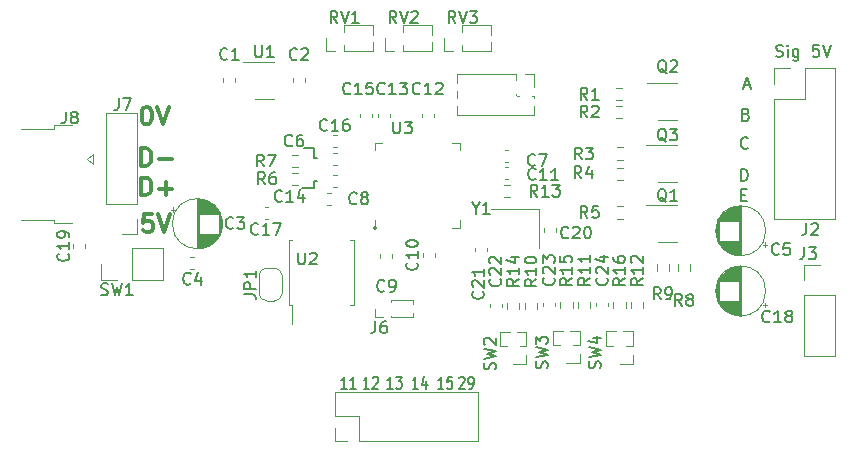
<source format=gbr>
%TF.GenerationSoftware,KiCad,Pcbnew,7.99.0-3522-gc5520b3eef-dirty*%
%TF.CreationDate,2024-01-06T21:25:36+00:00*%
%TF.ProjectId,lamp-controller,6c616d70-2d63-46f6-9e74-726f6c6c6572,rev?*%
%TF.SameCoordinates,Original*%
%TF.FileFunction,Legend,Top*%
%TF.FilePolarity,Positive*%
%FSLAX46Y46*%
G04 Gerber Fmt 4.6, Leading zero omitted, Abs format (unit mm)*
G04 Created by KiCad (PCBNEW 7.99.0-3522-gc5520b3eef-dirty) date 2024-01-06 21:25:36*
%MOMM*%
%LPD*%
G01*
G04 APERTURE LIST*
%ADD10C,0.150000*%
%ADD11C,0.200000*%
%ADD12C,0.300000*%
%ADD13C,0.120000*%
G04 APERTURE END LIST*
D10*
X137468921Y-79060000D02*
G75*
G02*
X137468921Y-79060000I-141421J0D01*
G01*
D11*
X144483958Y-91762457D02*
X144522054Y-91714838D01*
X144522054Y-91714838D02*
X144598244Y-91667219D01*
X144598244Y-91667219D02*
X144788720Y-91667219D01*
X144788720Y-91667219D02*
X144864911Y-91714838D01*
X144864911Y-91714838D02*
X144903006Y-91762457D01*
X144903006Y-91762457D02*
X144941101Y-91857695D01*
X144941101Y-91857695D02*
X144941101Y-91952933D01*
X144941101Y-91952933D02*
X144903006Y-92095790D01*
X144903006Y-92095790D02*
X144445863Y-92667219D01*
X144445863Y-92667219D02*
X144941101Y-92667219D01*
X145322054Y-92667219D02*
X145474435Y-92667219D01*
X145474435Y-92667219D02*
X145550625Y-92619600D01*
X145550625Y-92619600D02*
X145588721Y-92571980D01*
X145588721Y-92571980D02*
X145664911Y-92429123D01*
X145664911Y-92429123D02*
X145703006Y-92238647D01*
X145703006Y-92238647D02*
X145703006Y-91857695D01*
X145703006Y-91857695D02*
X145664911Y-91762457D01*
X145664911Y-91762457D02*
X145626816Y-91714838D01*
X145626816Y-91714838D02*
X145550625Y-91667219D01*
X145550625Y-91667219D02*
X145398244Y-91667219D01*
X145398244Y-91667219D02*
X145322054Y-91714838D01*
X145322054Y-91714838D02*
X145283959Y-91762457D01*
X145283959Y-91762457D02*
X145245863Y-91857695D01*
X145245863Y-91857695D02*
X145245863Y-92095790D01*
X145245863Y-92095790D02*
X145283959Y-92191028D01*
X145283959Y-92191028D02*
X145322054Y-92238647D01*
X145322054Y-92238647D02*
X145398244Y-92286266D01*
X145398244Y-92286266D02*
X145550625Y-92286266D01*
X145550625Y-92286266D02*
X145626816Y-92238647D01*
X145626816Y-92238647D02*
X145664911Y-92191028D01*
X145664911Y-92191028D02*
X145703006Y-92095790D01*
X143141101Y-92667219D02*
X142683958Y-92667219D01*
X142912530Y-92667219D02*
X142912530Y-91667219D01*
X142912530Y-91667219D02*
X142836339Y-91810076D01*
X142836339Y-91810076D02*
X142760149Y-91905314D01*
X142760149Y-91905314D02*
X142683958Y-91952933D01*
X143864911Y-91667219D02*
X143483959Y-91667219D01*
X143483959Y-91667219D02*
X143445863Y-92143409D01*
X143445863Y-92143409D02*
X143483959Y-92095790D01*
X143483959Y-92095790D02*
X143560149Y-92048171D01*
X143560149Y-92048171D02*
X143750625Y-92048171D01*
X143750625Y-92048171D02*
X143826816Y-92095790D01*
X143826816Y-92095790D02*
X143864911Y-92143409D01*
X143864911Y-92143409D02*
X143903006Y-92238647D01*
X143903006Y-92238647D02*
X143903006Y-92476742D01*
X143903006Y-92476742D02*
X143864911Y-92571980D01*
X143864911Y-92571980D02*
X143826816Y-92619600D01*
X143826816Y-92619600D02*
X143750625Y-92667219D01*
X143750625Y-92667219D02*
X143560149Y-92667219D01*
X143560149Y-92667219D02*
X143483959Y-92619600D01*
X143483959Y-92619600D02*
X143445863Y-92571980D01*
X140991101Y-92667219D02*
X140533958Y-92667219D01*
X140762530Y-92667219D02*
X140762530Y-91667219D01*
X140762530Y-91667219D02*
X140686339Y-91810076D01*
X140686339Y-91810076D02*
X140610149Y-91905314D01*
X140610149Y-91905314D02*
X140533958Y-91952933D01*
X141676816Y-92000552D02*
X141676816Y-92667219D01*
X141486340Y-91619600D02*
X141295863Y-92333885D01*
X141295863Y-92333885D02*
X141791102Y-92333885D01*
X138841101Y-92667219D02*
X138383958Y-92667219D01*
X138612530Y-92667219D02*
X138612530Y-91667219D01*
X138612530Y-91667219D02*
X138536339Y-91810076D01*
X138536339Y-91810076D02*
X138460149Y-91905314D01*
X138460149Y-91905314D02*
X138383958Y-91952933D01*
X139107768Y-91667219D02*
X139603006Y-91667219D01*
X139603006Y-91667219D02*
X139336340Y-92048171D01*
X139336340Y-92048171D02*
X139450625Y-92048171D01*
X139450625Y-92048171D02*
X139526816Y-92095790D01*
X139526816Y-92095790D02*
X139564911Y-92143409D01*
X139564911Y-92143409D02*
X139603006Y-92238647D01*
X139603006Y-92238647D02*
X139603006Y-92476742D01*
X139603006Y-92476742D02*
X139564911Y-92571980D01*
X139564911Y-92571980D02*
X139526816Y-92619600D01*
X139526816Y-92619600D02*
X139450625Y-92667219D01*
X139450625Y-92667219D02*
X139222054Y-92667219D01*
X139222054Y-92667219D02*
X139145863Y-92619600D01*
X139145863Y-92619600D02*
X139107768Y-92571980D01*
X136841101Y-92667219D02*
X136383958Y-92667219D01*
X136612530Y-92667219D02*
X136612530Y-91667219D01*
X136612530Y-91667219D02*
X136536339Y-91810076D01*
X136536339Y-91810076D02*
X136460149Y-91905314D01*
X136460149Y-91905314D02*
X136383958Y-91952933D01*
X137145863Y-91762457D02*
X137183959Y-91714838D01*
X137183959Y-91714838D02*
X137260149Y-91667219D01*
X137260149Y-91667219D02*
X137450625Y-91667219D01*
X137450625Y-91667219D02*
X137526816Y-91714838D01*
X137526816Y-91714838D02*
X137564911Y-91762457D01*
X137564911Y-91762457D02*
X137603006Y-91857695D01*
X137603006Y-91857695D02*
X137603006Y-91952933D01*
X137603006Y-91952933D02*
X137564911Y-92095790D01*
X137564911Y-92095790D02*
X137107768Y-92667219D01*
X137107768Y-92667219D02*
X137603006Y-92667219D01*
X134941101Y-92667219D02*
X134483958Y-92667219D01*
X134712530Y-92667219D02*
X134712530Y-91667219D01*
X134712530Y-91667219D02*
X134636339Y-91810076D01*
X134636339Y-91810076D02*
X134560149Y-91905314D01*
X134560149Y-91905314D02*
X134483958Y-91952933D01*
X135703006Y-92667219D02*
X135245863Y-92667219D01*
X135474435Y-92667219D02*
X135474435Y-91667219D01*
X135474435Y-91667219D02*
X135398244Y-91810076D01*
X135398244Y-91810076D02*
X135322054Y-91905314D01*
X135322054Y-91905314D02*
X135245863Y-91952933D01*
D10*
X132200000Y-73100000D02*
X132400000Y-73100000D01*
X132200000Y-72300000D02*
X131300000Y-72300000D01*
X132200000Y-75100000D02*
X132400000Y-75100000D01*
X132200000Y-75700000D02*
X132200000Y-75100000D01*
X132200000Y-72300000D02*
X132200000Y-73100000D01*
X132200000Y-75700000D02*
X131200000Y-75700000D01*
X168336779Y-76246009D02*
X168670112Y-76246009D01*
X168812969Y-76769819D02*
X168336779Y-76769819D01*
X168336779Y-76769819D02*
X168336779Y-75769819D01*
X168336779Y-75769819D02*
X168812969Y-75769819D01*
X171289160Y-64522200D02*
X171432017Y-64569819D01*
X171432017Y-64569819D02*
X171670112Y-64569819D01*
X171670112Y-64569819D02*
X171765350Y-64522200D01*
X171765350Y-64522200D02*
X171812969Y-64474580D01*
X171812969Y-64474580D02*
X171860588Y-64379342D01*
X171860588Y-64379342D02*
X171860588Y-64284104D01*
X171860588Y-64284104D02*
X171812969Y-64188866D01*
X171812969Y-64188866D02*
X171765350Y-64141247D01*
X171765350Y-64141247D02*
X171670112Y-64093628D01*
X171670112Y-64093628D02*
X171479636Y-64046009D01*
X171479636Y-64046009D02*
X171384398Y-63998390D01*
X171384398Y-63998390D02*
X171336779Y-63950771D01*
X171336779Y-63950771D02*
X171289160Y-63855533D01*
X171289160Y-63855533D02*
X171289160Y-63760295D01*
X171289160Y-63760295D02*
X171336779Y-63665057D01*
X171336779Y-63665057D02*
X171384398Y-63617438D01*
X171384398Y-63617438D02*
X171479636Y-63569819D01*
X171479636Y-63569819D02*
X171717731Y-63569819D01*
X171717731Y-63569819D02*
X171860588Y-63617438D01*
X172289160Y-64569819D02*
X172289160Y-63903152D01*
X172289160Y-63569819D02*
X172241541Y-63617438D01*
X172241541Y-63617438D02*
X172289160Y-63665057D01*
X172289160Y-63665057D02*
X172336779Y-63617438D01*
X172336779Y-63617438D02*
X172289160Y-63569819D01*
X172289160Y-63569819D02*
X172289160Y-63665057D01*
X173193921Y-63903152D02*
X173193921Y-64712676D01*
X173193921Y-64712676D02*
X173146302Y-64807914D01*
X173146302Y-64807914D02*
X173098683Y-64855533D01*
X173098683Y-64855533D02*
X173003445Y-64903152D01*
X173003445Y-64903152D02*
X172860588Y-64903152D01*
X172860588Y-64903152D02*
X172765350Y-64855533D01*
X173193921Y-64522200D02*
X173098683Y-64569819D01*
X173098683Y-64569819D02*
X172908207Y-64569819D01*
X172908207Y-64569819D02*
X172812969Y-64522200D01*
X172812969Y-64522200D02*
X172765350Y-64474580D01*
X172765350Y-64474580D02*
X172717731Y-64379342D01*
X172717731Y-64379342D02*
X172717731Y-64093628D01*
X172717731Y-64093628D02*
X172765350Y-63998390D01*
X172765350Y-63998390D02*
X172812969Y-63950771D01*
X172812969Y-63950771D02*
X172908207Y-63903152D01*
X172908207Y-63903152D02*
X173098683Y-63903152D01*
X173098683Y-63903152D02*
X173193921Y-63950771D01*
X168589160Y-66984104D02*
X169065350Y-66984104D01*
X168493922Y-67269819D02*
X168827255Y-66269819D01*
X168827255Y-66269819D02*
X169160588Y-67269819D01*
X168908207Y-72274580D02*
X168860588Y-72322200D01*
X168860588Y-72322200D02*
X168717731Y-72369819D01*
X168717731Y-72369819D02*
X168622493Y-72369819D01*
X168622493Y-72369819D02*
X168479636Y-72322200D01*
X168479636Y-72322200D02*
X168384398Y-72226961D01*
X168384398Y-72226961D02*
X168336779Y-72131723D01*
X168336779Y-72131723D02*
X168289160Y-71941247D01*
X168289160Y-71941247D02*
X168289160Y-71798390D01*
X168289160Y-71798390D02*
X168336779Y-71607914D01*
X168336779Y-71607914D02*
X168384398Y-71512676D01*
X168384398Y-71512676D02*
X168479636Y-71417438D01*
X168479636Y-71417438D02*
X168622493Y-71369819D01*
X168622493Y-71369819D02*
X168717731Y-71369819D01*
X168717731Y-71369819D02*
X168860588Y-71417438D01*
X168860588Y-71417438D02*
X168908207Y-71465057D01*
X168770112Y-69446009D02*
X168912969Y-69493628D01*
X168912969Y-69493628D02*
X168960588Y-69541247D01*
X168960588Y-69541247D02*
X169008207Y-69636485D01*
X169008207Y-69636485D02*
X169008207Y-69779342D01*
X169008207Y-69779342D02*
X168960588Y-69874580D01*
X168960588Y-69874580D02*
X168912969Y-69922200D01*
X168912969Y-69922200D02*
X168817731Y-69969819D01*
X168817731Y-69969819D02*
X168436779Y-69969819D01*
X168436779Y-69969819D02*
X168436779Y-68969819D01*
X168436779Y-68969819D02*
X168770112Y-68969819D01*
X168770112Y-68969819D02*
X168865350Y-69017438D01*
X168865350Y-69017438D02*
X168912969Y-69065057D01*
X168912969Y-69065057D02*
X168960588Y-69160295D01*
X168960588Y-69160295D02*
X168960588Y-69255533D01*
X168960588Y-69255533D02*
X168912969Y-69350771D01*
X168912969Y-69350771D02*
X168865350Y-69398390D01*
X168865350Y-69398390D02*
X168770112Y-69446009D01*
X168770112Y-69446009D02*
X168436779Y-69446009D01*
X174912969Y-63569819D02*
X174436779Y-63569819D01*
X174436779Y-63569819D02*
X174389160Y-64046009D01*
X174389160Y-64046009D02*
X174436779Y-63998390D01*
X174436779Y-63998390D02*
X174532017Y-63950771D01*
X174532017Y-63950771D02*
X174770112Y-63950771D01*
X174770112Y-63950771D02*
X174865350Y-63998390D01*
X174865350Y-63998390D02*
X174912969Y-64046009D01*
X174912969Y-64046009D02*
X174960588Y-64141247D01*
X174960588Y-64141247D02*
X174960588Y-64379342D01*
X174960588Y-64379342D02*
X174912969Y-64474580D01*
X174912969Y-64474580D02*
X174865350Y-64522200D01*
X174865350Y-64522200D02*
X174770112Y-64569819D01*
X174770112Y-64569819D02*
X174532017Y-64569819D01*
X174532017Y-64569819D02*
X174436779Y-64522200D01*
X174436779Y-64522200D02*
X174389160Y-64474580D01*
X175246303Y-63569819D02*
X175579636Y-64569819D01*
X175579636Y-64569819D02*
X175912969Y-63569819D01*
X168336779Y-75069819D02*
X168336779Y-74069819D01*
X168336779Y-74069819D02*
X168574874Y-74069819D01*
X168574874Y-74069819D02*
X168717731Y-74117438D01*
X168717731Y-74117438D02*
X168812969Y-74212676D01*
X168812969Y-74212676D02*
X168860588Y-74307914D01*
X168860588Y-74307914D02*
X168908207Y-74498390D01*
X168908207Y-74498390D02*
X168908207Y-74641247D01*
X168908207Y-74641247D02*
X168860588Y-74831723D01*
X168860588Y-74831723D02*
X168812969Y-74926961D01*
X168812969Y-74926961D02*
X168717731Y-75022200D01*
X168717731Y-75022200D02*
X168574874Y-75069819D01*
X168574874Y-75069819D02*
X168336779Y-75069819D01*
D12*
X118498796Y-77910828D02*
X117784510Y-77910828D01*
X117784510Y-77910828D02*
X117713082Y-78625114D01*
X117713082Y-78625114D02*
X117784510Y-78553685D01*
X117784510Y-78553685D02*
X117927368Y-78482257D01*
X117927368Y-78482257D02*
X118284510Y-78482257D01*
X118284510Y-78482257D02*
X118427368Y-78553685D01*
X118427368Y-78553685D02*
X118498796Y-78625114D01*
X118498796Y-78625114D02*
X118570225Y-78767971D01*
X118570225Y-78767971D02*
X118570225Y-79125114D01*
X118570225Y-79125114D02*
X118498796Y-79267971D01*
X118498796Y-79267971D02*
X118427368Y-79339400D01*
X118427368Y-79339400D02*
X118284510Y-79410828D01*
X118284510Y-79410828D02*
X117927368Y-79410828D01*
X117927368Y-79410828D02*
X117784510Y-79339400D01*
X117784510Y-79339400D02*
X117713082Y-79267971D01*
X118998796Y-77910828D02*
X119498796Y-79410828D01*
X119498796Y-79410828D02*
X119998796Y-77910828D01*
X117940225Y-68800828D02*
X118083082Y-68800828D01*
X118083082Y-68800828D02*
X118225939Y-68872257D01*
X118225939Y-68872257D02*
X118297368Y-68943685D01*
X118297368Y-68943685D02*
X118368796Y-69086542D01*
X118368796Y-69086542D02*
X118440225Y-69372257D01*
X118440225Y-69372257D02*
X118440225Y-69729400D01*
X118440225Y-69729400D02*
X118368796Y-70015114D01*
X118368796Y-70015114D02*
X118297368Y-70157971D01*
X118297368Y-70157971D02*
X118225939Y-70229400D01*
X118225939Y-70229400D02*
X118083082Y-70300828D01*
X118083082Y-70300828D02*
X117940225Y-70300828D01*
X117940225Y-70300828D02*
X117797368Y-70229400D01*
X117797368Y-70229400D02*
X117725939Y-70157971D01*
X117725939Y-70157971D02*
X117654510Y-70015114D01*
X117654510Y-70015114D02*
X117583082Y-69729400D01*
X117583082Y-69729400D02*
X117583082Y-69372257D01*
X117583082Y-69372257D02*
X117654510Y-69086542D01*
X117654510Y-69086542D02*
X117725939Y-68943685D01*
X117725939Y-68943685D02*
X117797368Y-68872257D01*
X117797368Y-68872257D02*
X117940225Y-68800828D01*
X118868796Y-68800828D02*
X119368796Y-70300828D01*
X119368796Y-70300828D02*
X119868796Y-68800828D01*
X117554510Y-76300828D02*
X117554510Y-74800828D01*
X117554510Y-74800828D02*
X117911653Y-74800828D01*
X117911653Y-74800828D02*
X118125939Y-74872257D01*
X118125939Y-74872257D02*
X118268796Y-75015114D01*
X118268796Y-75015114D02*
X118340225Y-75157971D01*
X118340225Y-75157971D02*
X118411653Y-75443685D01*
X118411653Y-75443685D02*
X118411653Y-75657971D01*
X118411653Y-75657971D02*
X118340225Y-75943685D01*
X118340225Y-75943685D02*
X118268796Y-76086542D01*
X118268796Y-76086542D02*
X118125939Y-76229400D01*
X118125939Y-76229400D02*
X117911653Y-76300828D01*
X117911653Y-76300828D02*
X117554510Y-76300828D01*
X119054510Y-75729400D02*
X120197368Y-75729400D01*
X119625939Y-76300828D02*
X119625939Y-75157971D01*
X117554510Y-73800828D02*
X117554510Y-72300828D01*
X117554510Y-72300828D02*
X117911653Y-72300828D01*
X117911653Y-72300828D02*
X118125939Y-72372257D01*
X118125939Y-72372257D02*
X118268796Y-72515114D01*
X118268796Y-72515114D02*
X118340225Y-72657971D01*
X118340225Y-72657971D02*
X118411653Y-72943685D01*
X118411653Y-72943685D02*
X118411653Y-73157971D01*
X118411653Y-73157971D02*
X118340225Y-73443685D01*
X118340225Y-73443685D02*
X118268796Y-73586542D01*
X118268796Y-73586542D02*
X118125939Y-73729400D01*
X118125939Y-73729400D02*
X117911653Y-73800828D01*
X117911653Y-73800828D02*
X117554510Y-73800828D01*
X119054510Y-73229400D02*
X120197368Y-73229400D01*
D10*
X145873809Y-77378628D02*
X145873809Y-77854819D01*
X145540476Y-76854819D02*
X145873809Y-77378628D01*
X145873809Y-77378628D02*
X146207142Y-76854819D01*
X147064285Y-77854819D02*
X146492857Y-77854819D01*
X146778571Y-77854819D02*
X146778571Y-76854819D01*
X146778571Y-76854819D02*
X146683333Y-76997676D01*
X146683333Y-76997676D02*
X146588095Y-77092914D01*
X146588095Y-77092914D02*
X146492857Y-77140533D01*
X173866666Y-78654819D02*
X173866666Y-79369104D01*
X173866666Y-79369104D02*
X173819047Y-79511961D01*
X173819047Y-79511961D02*
X173723809Y-79607200D01*
X173723809Y-79607200D02*
X173580952Y-79654819D01*
X173580952Y-79654819D02*
X173485714Y-79654819D01*
X174295238Y-78750057D02*
X174342857Y-78702438D01*
X174342857Y-78702438D02*
X174438095Y-78654819D01*
X174438095Y-78654819D02*
X174676190Y-78654819D01*
X174676190Y-78654819D02*
X174771428Y-78702438D01*
X174771428Y-78702438D02*
X174819047Y-78750057D01*
X174819047Y-78750057D02*
X174866666Y-78845295D01*
X174866666Y-78845295D02*
X174866666Y-78940533D01*
X174866666Y-78940533D02*
X174819047Y-79083390D01*
X174819047Y-79083390D02*
X174247619Y-79654819D01*
X174247619Y-79654819D02*
X174866666Y-79654819D01*
X121733333Y-83759580D02*
X121685714Y-83807200D01*
X121685714Y-83807200D02*
X121542857Y-83854819D01*
X121542857Y-83854819D02*
X121447619Y-83854819D01*
X121447619Y-83854819D02*
X121304762Y-83807200D01*
X121304762Y-83807200D02*
X121209524Y-83711961D01*
X121209524Y-83711961D02*
X121161905Y-83616723D01*
X121161905Y-83616723D02*
X121114286Y-83426247D01*
X121114286Y-83426247D02*
X121114286Y-83283390D01*
X121114286Y-83283390D02*
X121161905Y-83092914D01*
X121161905Y-83092914D02*
X121209524Y-82997676D01*
X121209524Y-82997676D02*
X121304762Y-82902438D01*
X121304762Y-82902438D02*
X121447619Y-82854819D01*
X121447619Y-82854819D02*
X121542857Y-82854819D01*
X121542857Y-82854819D02*
X121685714Y-82902438D01*
X121685714Y-82902438D02*
X121733333Y-82950057D01*
X122590476Y-83188152D02*
X122590476Y-83854819D01*
X122352381Y-82807200D02*
X122114286Y-83521485D01*
X122114286Y-83521485D02*
X122733333Y-83521485D01*
X162017261Y-76850057D02*
X161922023Y-76802438D01*
X161922023Y-76802438D02*
X161826785Y-76707200D01*
X161826785Y-76707200D02*
X161683928Y-76564342D01*
X161683928Y-76564342D02*
X161588690Y-76516723D01*
X161588690Y-76516723D02*
X161493452Y-76516723D01*
X161541071Y-76754819D02*
X161445833Y-76707200D01*
X161445833Y-76707200D02*
X161350595Y-76611961D01*
X161350595Y-76611961D02*
X161302976Y-76421485D01*
X161302976Y-76421485D02*
X161302976Y-76088152D01*
X161302976Y-76088152D02*
X161350595Y-75897676D01*
X161350595Y-75897676D02*
X161445833Y-75802438D01*
X161445833Y-75802438D02*
X161541071Y-75754819D01*
X161541071Y-75754819D02*
X161731547Y-75754819D01*
X161731547Y-75754819D02*
X161826785Y-75802438D01*
X161826785Y-75802438D02*
X161922023Y-75897676D01*
X161922023Y-75897676D02*
X161969642Y-76088152D01*
X161969642Y-76088152D02*
X161969642Y-76421485D01*
X161969642Y-76421485D02*
X161922023Y-76611961D01*
X161922023Y-76611961D02*
X161826785Y-76707200D01*
X161826785Y-76707200D02*
X161731547Y-76754819D01*
X161731547Y-76754819D02*
X161541071Y-76754819D01*
X162922023Y-76754819D02*
X162350595Y-76754819D01*
X162636309Y-76754819D02*
X162636309Y-75754819D01*
X162636309Y-75754819D02*
X162541071Y-75897676D01*
X162541071Y-75897676D02*
X162445833Y-75992914D01*
X162445833Y-75992914D02*
X162350595Y-76040533D01*
X151907200Y-90933332D02*
X151954819Y-90790475D01*
X151954819Y-90790475D02*
X151954819Y-90552380D01*
X151954819Y-90552380D02*
X151907200Y-90457142D01*
X151907200Y-90457142D02*
X151859580Y-90409523D01*
X151859580Y-90409523D02*
X151764342Y-90361904D01*
X151764342Y-90361904D02*
X151669104Y-90361904D01*
X151669104Y-90361904D02*
X151573866Y-90409523D01*
X151573866Y-90409523D02*
X151526247Y-90457142D01*
X151526247Y-90457142D02*
X151478628Y-90552380D01*
X151478628Y-90552380D02*
X151431009Y-90742856D01*
X151431009Y-90742856D02*
X151383390Y-90838094D01*
X151383390Y-90838094D02*
X151335771Y-90885713D01*
X151335771Y-90885713D02*
X151240533Y-90933332D01*
X151240533Y-90933332D02*
X151145295Y-90933332D01*
X151145295Y-90933332D02*
X151050057Y-90885713D01*
X151050057Y-90885713D02*
X151002438Y-90838094D01*
X151002438Y-90838094D02*
X150954819Y-90742856D01*
X150954819Y-90742856D02*
X150954819Y-90504761D01*
X150954819Y-90504761D02*
X151002438Y-90361904D01*
X150954819Y-90028570D02*
X151954819Y-89790475D01*
X151954819Y-89790475D02*
X151240533Y-89599999D01*
X151240533Y-89599999D02*
X151954819Y-89409523D01*
X151954819Y-89409523D02*
X150954819Y-89171428D01*
X150954819Y-88885713D02*
X150954819Y-88266666D01*
X150954819Y-88266666D02*
X151335771Y-88599999D01*
X151335771Y-88599999D02*
X151335771Y-88457142D01*
X151335771Y-88457142D02*
X151383390Y-88361904D01*
X151383390Y-88361904D02*
X151431009Y-88314285D01*
X151431009Y-88314285D02*
X151526247Y-88266666D01*
X151526247Y-88266666D02*
X151764342Y-88266666D01*
X151764342Y-88266666D02*
X151859580Y-88314285D01*
X151859580Y-88314285D02*
X151907200Y-88361904D01*
X151907200Y-88361904D02*
X151954819Y-88457142D01*
X151954819Y-88457142D02*
X151954819Y-88742856D01*
X151954819Y-88742856D02*
X151907200Y-88838094D01*
X151907200Y-88838094D02*
X151859580Y-88885713D01*
X140879580Y-82005357D02*
X140927200Y-82052976D01*
X140927200Y-82052976D02*
X140974819Y-82195833D01*
X140974819Y-82195833D02*
X140974819Y-82291071D01*
X140974819Y-82291071D02*
X140927200Y-82433928D01*
X140927200Y-82433928D02*
X140831961Y-82529166D01*
X140831961Y-82529166D02*
X140736723Y-82576785D01*
X140736723Y-82576785D02*
X140546247Y-82624404D01*
X140546247Y-82624404D02*
X140403390Y-82624404D01*
X140403390Y-82624404D02*
X140212914Y-82576785D01*
X140212914Y-82576785D02*
X140117676Y-82529166D01*
X140117676Y-82529166D02*
X140022438Y-82433928D01*
X140022438Y-82433928D02*
X139974819Y-82291071D01*
X139974819Y-82291071D02*
X139974819Y-82195833D01*
X139974819Y-82195833D02*
X140022438Y-82052976D01*
X140022438Y-82052976D02*
X140070057Y-82005357D01*
X140974819Y-81052976D02*
X140974819Y-81624404D01*
X140974819Y-81338690D02*
X139974819Y-81338690D01*
X139974819Y-81338690D02*
X140117676Y-81433928D01*
X140117676Y-81433928D02*
X140212914Y-81529166D01*
X140212914Y-81529166D02*
X140260533Y-81624404D01*
X139974819Y-80433928D02*
X139974819Y-80338690D01*
X139974819Y-80338690D02*
X140022438Y-80243452D01*
X140022438Y-80243452D02*
X140070057Y-80195833D01*
X140070057Y-80195833D02*
X140165295Y-80148214D01*
X140165295Y-80148214D02*
X140355771Y-80100595D01*
X140355771Y-80100595D02*
X140593866Y-80100595D01*
X140593866Y-80100595D02*
X140784342Y-80148214D01*
X140784342Y-80148214D02*
X140879580Y-80195833D01*
X140879580Y-80195833D02*
X140927200Y-80243452D01*
X140927200Y-80243452D02*
X140974819Y-80338690D01*
X140974819Y-80338690D02*
X140974819Y-80433928D01*
X140974819Y-80433928D02*
X140927200Y-80529166D01*
X140927200Y-80529166D02*
X140879580Y-80576785D01*
X140879580Y-80576785D02*
X140784342Y-80624404D01*
X140784342Y-80624404D02*
X140593866Y-80672023D01*
X140593866Y-80672023D02*
X140355771Y-80672023D01*
X140355771Y-80672023D02*
X140165295Y-80624404D01*
X140165295Y-80624404D02*
X140070057Y-80576785D01*
X140070057Y-80576785D02*
X140022438Y-80529166D01*
X140022438Y-80529166D02*
X139974819Y-80433928D01*
X128020833Y-75354819D02*
X127687500Y-74878628D01*
X127449405Y-75354819D02*
X127449405Y-74354819D01*
X127449405Y-74354819D02*
X127830357Y-74354819D01*
X127830357Y-74354819D02*
X127925595Y-74402438D01*
X127925595Y-74402438D02*
X127973214Y-74450057D01*
X127973214Y-74450057D02*
X128020833Y-74545295D01*
X128020833Y-74545295D02*
X128020833Y-74688152D01*
X128020833Y-74688152D02*
X127973214Y-74783390D01*
X127973214Y-74783390D02*
X127925595Y-74831009D01*
X127925595Y-74831009D02*
X127830357Y-74878628D01*
X127830357Y-74878628D02*
X127449405Y-74878628D01*
X128877976Y-74354819D02*
X128687500Y-74354819D01*
X128687500Y-74354819D02*
X128592262Y-74402438D01*
X128592262Y-74402438D02*
X128544643Y-74450057D01*
X128544643Y-74450057D02*
X128449405Y-74592914D01*
X128449405Y-74592914D02*
X128401786Y-74783390D01*
X128401786Y-74783390D02*
X128401786Y-75164342D01*
X128401786Y-75164342D02*
X128449405Y-75259580D01*
X128449405Y-75259580D02*
X128497024Y-75307200D01*
X128497024Y-75307200D02*
X128592262Y-75354819D01*
X128592262Y-75354819D02*
X128782738Y-75354819D01*
X128782738Y-75354819D02*
X128877976Y-75307200D01*
X128877976Y-75307200D02*
X128925595Y-75259580D01*
X128925595Y-75259580D02*
X128973214Y-75164342D01*
X128973214Y-75164342D02*
X128973214Y-74926247D01*
X128973214Y-74926247D02*
X128925595Y-74831009D01*
X128925595Y-74831009D02*
X128877976Y-74783390D01*
X128877976Y-74783390D02*
X128782738Y-74735771D01*
X128782738Y-74735771D02*
X128592262Y-74735771D01*
X128592262Y-74735771D02*
X128497024Y-74783390D01*
X128497024Y-74783390D02*
X128449405Y-74831009D01*
X128449405Y-74831009D02*
X128401786Y-74926247D01*
X125333333Y-79059580D02*
X125285714Y-79107200D01*
X125285714Y-79107200D02*
X125142857Y-79154819D01*
X125142857Y-79154819D02*
X125047619Y-79154819D01*
X125047619Y-79154819D02*
X124904762Y-79107200D01*
X124904762Y-79107200D02*
X124809524Y-79011961D01*
X124809524Y-79011961D02*
X124761905Y-78916723D01*
X124761905Y-78916723D02*
X124714286Y-78726247D01*
X124714286Y-78726247D02*
X124714286Y-78583390D01*
X124714286Y-78583390D02*
X124761905Y-78392914D01*
X124761905Y-78392914D02*
X124809524Y-78297676D01*
X124809524Y-78297676D02*
X124904762Y-78202438D01*
X124904762Y-78202438D02*
X125047619Y-78154819D01*
X125047619Y-78154819D02*
X125142857Y-78154819D01*
X125142857Y-78154819D02*
X125285714Y-78202438D01*
X125285714Y-78202438D02*
X125333333Y-78250057D01*
X125666667Y-78154819D02*
X126285714Y-78154819D01*
X126285714Y-78154819D02*
X125952381Y-78535771D01*
X125952381Y-78535771D02*
X126095238Y-78535771D01*
X126095238Y-78535771D02*
X126190476Y-78583390D01*
X126190476Y-78583390D02*
X126238095Y-78631009D01*
X126238095Y-78631009D02*
X126285714Y-78726247D01*
X126285714Y-78726247D02*
X126285714Y-78964342D01*
X126285714Y-78964342D02*
X126238095Y-79059580D01*
X126238095Y-79059580D02*
X126190476Y-79107200D01*
X126190476Y-79107200D02*
X126095238Y-79154819D01*
X126095238Y-79154819D02*
X125809524Y-79154819D01*
X125809524Y-79154819D02*
X125714286Y-79107200D01*
X125714286Y-79107200D02*
X125666667Y-79059580D01*
X160004819Y-83330357D02*
X159528628Y-83663690D01*
X160004819Y-83901785D02*
X159004819Y-83901785D01*
X159004819Y-83901785D02*
X159004819Y-83520833D01*
X159004819Y-83520833D02*
X159052438Y-83425595D01*
X159052438Y-83425595D02*
X159100057Y-83377976D01*
X159100057Y-83377976D02*
X159195295Y-83330357D01*
X159195295Y-83330357D02*
X159338152Y-83330357D01*
X159338152Y-83330357D02*
X159433390Y-83377976D01*
X159433390Y-83377976D02*
X159481009Y-83425595D01*
X159481009Y-83425595D02*
X159528628Y-83520833D01*
X159528628Y-83520833D02*
X159528628Y-83901785D01*
X160004819Y-82377976D02*
X160004819Y-82949404D01*
X160004819Y-82663690D02*
X159004819Y-82663690D01*
X159004819Y-82663690D02*
X159147676Y-82758928D01*
X159147676Y-82758928D02*
X159242914Y-82854166D01*
X159242914Y-82854166D02*
X159290533Y-82949404D01*
X159100057Y-81997023D02*
X159052438Y-81949404D01*
X159052438Y-81949404D02*
X159004819Y-81854166D01*
X159004819Y-81854166D02*
X159004819Y-81616071D01*
X159004819Y-81616071D02*
X159052438Y-81520833D01*
X159052438Y-81520833D02*
X159100057Y-81473214D01*
X159100057Y-81473214D02*
X159195295Y-81425595D01*
X159195295Y-81425595D02*
X159290533Y-81425595D01*
X159290533Y-81425595D02*
X159433390Y-81473214D01*
X159433390Y-81473214D02*
X160004819Y-82044642D01*
X160004819Y-82044642D02*
X160004819Y-81425595D01*
X158504819Y-83330357D02*
X158028628Y-83663690D01*
X158504819Y-83901785D02*
X157504819Y-83901785D01*
X157504819Y-83901785D02*
X157504819Y-83520833D01*
X157504819Y-83520833D02*
X157552438Y-83425595D01*
X157552438Y-83425595D02*
X157600057Y-83377976D01*
X157600057Y-83377976D02*
X157695295Y-83330357D01*
X157695295Y-83330357D02*
X157838152Y-83330357D01*
X157838152Y-83330357D02*
X157933390Y-83377976D01*
X157933390Y-83377976D02*
X157981009Y-83425595D01*
X157981009Y-83425595D02*
X158028628Y-83520833D01*
X158028628Y-83520833D02*
X158028628Y-83901785D01*
X158504819Y-82377976D02*
X158504819Y-82949404D01*
X158504819Y-82663690D02*
X157504819Y-82663690D01*
X157504819Y-82663690D02*
X157647676Y-82758928D01*
X157647676Y-82758928D02*
X157742914Y-82854166D01*
X157742914Y-82854166D02*
X157790533Y-82949404D01*
X157504819Y-81520833D02*
X157504819Y-81711309D01*
X157504819Y-81711309D02*
X157552438Y-81806547D01*
X157552438Y-81806547D02*
X157600057Y-81854166D01*
X157600057Y-81854166D02*
X157742914Y-81949404D01*
X157742914Y-81949404D02*
X157933390Y-81997023D01*
X157933390Y-81997023D02*
X158314342Y-81997023D01*
X158314342Y-81997023D02*
X158409580Y-81949404D01*
X158409580Y-81949404D02*
X158457200Y-81901785D01*
X158457200Y-81901785D02*
X158504819Y-81806547D01*
X158504819Y-81806547D02*
X158504819Y-81616071D01*
X158504819Y-81616071D02*
X158457200Y-81520833D01*
X158457200Y-81520833D02*
X158409580Y-81473214D01*
X158409580Y-81473214D02*
X158314342Y-81425595D01*
X158314342Y-81425595D02*
X158076247Y-81425595D01*
X158076247Y-81425595D02*
X157981009Y-81473214D01*
X157981009Y-81473214D02*
X157933390Y-81520833D01*
X157933390Y-81520833D02*
X157885771Y-81616071D01*
X157885771Y-81616071D02*
X157885771Y-81806547D01*
X157885771Y-81806547D02*
X157933390Y-81901785D01*
X157933390Y-81901785D02*
X157981009Y-81949404D01*
X157981009Y-81949404D02*
X158076247Y-81997023D01*
X155320833Y-68204819D02*
X154987500Y-67728628D01*
X154749405Y-68204819D02*
X154749405Y-67204819D01*
X154749405Y-67204819D02*
X155130357Y-67204819D01*
X155130357Y-67204819D02*
X155225595Y-67252438D01*
X155225595Y-67252438D02*
X155273214Y-67300057D01*
X155273214Y-67300057D02*
X155320833Y-67395295D01*
X155320833Y-67395295D02*
X155320833Y-67538152D01*
X155320833Y-67538152D02*
X155273214Y-67633390D01*
X155273214Y-67633390D02*
X155225595Y-67681009D01*
X155225595Y-67681009D02*
X155130357Y-67728628D01*
X155130357Y-67728628D02*
X154749405Y-67728628D01*
X156273214Y-68204819D02*
X155701786Y-68204819D01*
X155987500Y-68204819D02*
X155987500Y-67204819D01*
X155987500Y-67204819D02*
X155892262Y-67347676D01*
X155892262Y-67347676D02*
X155797024Y-67442914D01*
X155797024Y-67442914D02*
X155701786Y-67490533D01*
X153707142Y-79859580D02*
X153659523Y-79907200D01*
X153659523Y-79907200D02*
X153516666Y-79954819D01*
X153516666Y-79954819D02*
X153421428Y-79954819D01*
X153421428Y-79954819D02*
X153278571Y-79907200D01*
X153278571Y-79907200D02*
X153183333Y-79811961D01*
X153183333Y-79811961D02*
X153135714Y-79716723D01*
X153135714Y-79716723D02*
X153088095Y-79526247D01*
X153088095Y-79526247D02*
X153088095Y-79383390D01*
X153088095Y-79383390D02*
X153135714Y-79192914D01*
X153135714Y-79192914D02*
X153183333Y-79097676D01*
X153183333Y-79097676D02*
X153278571Y-79002438D01*
X153278571Y-79002438D02*
X153421428Y-78954819D01*
X153421428Y-78954819D02*
X153516666Y-78954819D01*
X153516666Y-78954819D02*
X153659523Y-79002438D01*
X153659523Y-79002438D02*
X153707142Y-79050057D01*
X154088095Y-79050057D02*
X154135714Y-79002438D01*
X154135714Y-79002438D02*
X154230952Y-78954819D01*
X154230952Y-78954819D02*
X154469047Y-78954819D01*
X154469047Y-78954819D02*
X154564285Y-79002438D01*
X154564285Y-79002438D02*
X154611904Y-79050057D01*
X154611904Y-79050057D02*
X154659523Y-79145295D01*
X154659523Y-79145295D02*
X154659523Y-79240533D01*
X154659523Y-79240533D02*
X154611904Y-79383390D01*
X154611904Y-79383390D02*
X154040476Y-79954819D01*
X154040476Y-79954819D02*
X154659523Y-79954819D01*
X155278571Y-78954819D02*
X155373809Y-78954819D01*
X155373809Y-78954819D02*
X155469047Y-79002438D01*
X155469047Y-79002438D02*
X155516666Y-79050057D01*
X155516666Y-79050057D02*
X155564285Y-79145295D01*
X155564285Y-79145295D02*
X155611904Y-79335771D01*
X155611904Y-79335771D02*
X155611904Y-79573866D01*
X155611904Y-79573866D02*
X155564285Y-79764342D01*
X155564285Y-79764342D02*
X155516666Y-79859580D01*
X155516666Y-79859580D02*
X155469047Y-79907200D01*
X155469047Y-79907200D02*
X155373809Y-79954819D01*
X155373809Y-79954819D02*
X155278571Y-79954819D01*
X155278571Y-79954819D02*
X155183333Y-79907200D01*
X155183333Y-79907200D02*
X155135714Y-79859580D01*
X155135714Y-79859580D02*
X155088095Y-79764342D01*
X155088095Y-79764342D02*
X155040476Y-79573866D01*
X155040476Y-79573866D02*
X155040476Y-79335771D01*
X155040476Y-79335771D02*
X155088095Y-79145295D01*
X155088095Y-79145295D02*
X155135714Y-79050057D01*
X155135714Y-79050057D02*
X155183333Y-79002438D01*
X155183333Y-79002438D02*
X155278571Y-78954819D01*
X171533333Y-81259580D02*
X171485714Y-81307200D01*
X171485714Y-81307200D02*
X171342857Y-81354819D01*
X171342857Y-81354819D02*
X171247619Y-81354819D01*
X171247619Y-81354819D02*
X171104762Y-81307200D01*
X171104762Y-81307200D02*
X171009524Y-81211961D01*
X171009524Y-81211961D02*
X170961905Y-81116723D01*
X170961905Y-81116723D02*
X170914286Y-80926247D01*
X170914286Y-80926247D02*
X170914286Y-80783390D01*
X170914286Y-80783390D02*
X170961905Y-80592914D01*
X170961905Y-80592914D02*
X171009524Y-80497676D01*
X171009524Y-80497676D02*
X171104762Y-80402438D01*
X171104762Y-80402438D02*
X171247619Y-80354819D01*
X171247619Y-80354819D02*
X171342857Y-80354819D01*
X171342857Y-80354819D02*
X171485714Y-80402438D01*
X171485714Y-80402438D02*
X171533333Y-80450057D01*
X172438095Y-80354819D02*
X171961905Y-80354819D01*
X171961905Y-80354819D02*
X171914286Y-80831009D01*
X171914286Y-80831009D02*
X171961905Y-80783390D01*
X171961905Y-80783390D02*
X172057143Y-80735771D01*
X172057143Y-80735771D02*
X172295238Y-80735771D01*
X172295238Y-80735771D02*
X172390476Y-80783390D01*
X172390476Y-80783390D02*
X172438095Y-80831009D01*
X172438095Y-80831009D02*
X172485714Y-80926247D01*
X172485714Y-80926247D02*
X172485714Y-81164342D01*
X172485714Y-81164342D02*
X172438095Y-81259580D01*
X172438095Y-81259580D02*
X172390476Y-81307200D01*
X172390476Y-81307200D02*
X172295238Y-81354819D01*
X172295238Y-81354819D02*
X172057143Y-81354819D01*
X172057143Y-81354819D02*
X171961905Y-81307200D01*
X171961905Y-81307200D02*
X171914286Y-81259580D01*
X147922080Y-83392857D02*
X147969700Y-83440476D01*
X147969700Y-83440476D02*
X148017319Y-83583333D01*
X148017319Y-83583333D02*
X148017319Y-83678571D01*
X148017319Y-83678571D02*
X147969700Y-83821428D01*
X147969700Y-83821428D02*
X147874461Y-83916666D01*
X147874461Y-83916666D02*
X147779223Y-83964285D01*
X147779223Y-83964285D02*
X147588747Y-84011904D01*
X147588747Y-84011904D02*
X147445890Y-84011904D01*
X147445890Y-84011904D02*
X147255414Y-83964285D01*
X147255414Y-83964285D02*
X147160176Y-83916666D01*
X147160176Y-83916666D02*
X147064938Y-83821428D01*
X147064938Y-83821428D02*
X147017319Y-83678571D01*
X147017319Y-83678571D02*
X147017319Y-83583333D01*
X147017319Y-83583333D02*
X147064938Y-83440476D01*
X147064938Y-83440476D02*
X147112557Y-83392857D01*
X147112557Y-83011904D02*
X147064938Y-82964285D01*
X147064938Y-82964285D02*
X147017319Y-82869047D01*
X147017319Y-82869047D02*
X147017319Y-82630952D01*
X147017319Y-82630952D02*
X147064938Y-82535714D01*
X147064938Y-82535714D02*
X147112557Y-82488095D01*
X147112557Y-82488095D02*
X147207795Y-82440476D01*
X147207795Y-82440476D02*
X147303033Y-82440476D01*
X147303033Y-82440476D02*
X147445890Y-82488095D01*
X147445890Y-82488095D02*
X148017319Y-83059523D01*
X148017319Y-83059523D02*
X148017319Y-82440476D01*
X147112557Y-82059523D02*
X147064938Y-82011904D01*
X147064938Y-82011904D02*
X147017319Y-81916666D01*
X147017319Y-81916666D02*
X147017319Y-81678571D01*
X147017319Y-81678571D02*
X147064938Y-81583333D01*
X147064938Y-81583333D02*
X147112557Y-81535714D01*
X147112557Y-81535714D02*
X147207795Y-81488095D01*
X147207795Y-81488095D02*
X147303033Y-81488095D01*
X147303033Y-81488095D02*
X147445890Y-81535714D01*
X147445890Y-81535714D02*
X148017319Y-82107142D01*
X148017319Y-82107142D02*
X148017319Y-81488095D01*
X170757142Y-86959580D02*
X170709523Y-87007200D01*
X170709523Y-87007200D02*
X170566666Y-87054819D01*
X170566666Y-87054819D02*
X170471428Y-87054819D01*
X170471428Y-87054819D02*
X170328571Y-87007200D01*
X170328571Y-87007200D02*
X170233333Y-86911961D01*
X170233333Y-86911961D02*
X170185714Y-86816723D01*
X170185714Y-86816723D02*
X170138095Y-86626247D01*
X170138095Y-86626247D02*
X170138095Y-86483390D01*
X170138095Y-86483390D02*
X170185714Y-86292914D01*
X170185714Y-86292914D02*
X170233333Y-86197676D01*
X170233333Y-86197676D02*
X170328571Y-86102438D01*
X170328571Y-86102438D02*
X170471428Y-86054819D01*
X170471428Y-86054819D02*
X170566666Y-86054819D01*
X170566666Y-86054819D02*
X170709523Y-86102438D01*
X170709523Y-86102438D02*
X170757142Y-86150057D01*
X171709523Y-87054819D02*
X171138095Y-87054819D01*
X171423809Y-87054819D02*
X171423809Y-86054819D01*
X171423809Y-86054819D02*
X171328571Y-86197676D01*
X171328571Y-86197676D02*
X171233333Y-86292914D01*
X171233333Y-86292914D02*
X171138095Y-86340533D01*
X172280952Y-86483390D02*
X172185714Y-86435771D01*
X172185714Y-86435771D02*
X172138095Y-86388152D01*
X172138095Y-86388152D02*
X172090476Y-86292914D01*
X172090476Y-86292914D02*
X172090476Y-86245295D01*
X172090476Y-86245295D02*
X172138095Y-86150057D01*
X172138095Y-86150057D02*
X172185714Y-86102438D01*
X172185714Y-86102438D02*
X172280952Y-86054819D01*
X172280952Y-86054819D02*
X172471428Y-86054819D01*
X172471428Y-86054819D02*
X172566666Y-86102438D01*
X172566666Y-86102438D02*
X172614285Y-86150057D01*
X172614285Y-86150057D02*
X172661904Y-86245295D01*
X172661904Y-86245295D02*
X172661904Y-86292914D01*
X172661904Y-86292914D02*
X172614285Y-86388152D01*
X172614285Y-86388152D02*
X172566666Y-86435771D01*
X172566666Y-86435771D02*
X172471428Y-86483390D01*
X172471428Y-86483390D02*
X172280952Y-86483390D01*
X172280952Y-86483390D02*
X172185714Y-86531009D01*
X172185714Y-86531009D02*
X172138095Y-86578628D01*
X172138095Y-86578628D02*
X172090476Y-86673866D01*
X172090476Y-86673866D02*
X172090476Y-86864342D01*
X172090476Y-86864342D02*
X172138095Y-86959580D01*
X172138095Y-86959580D02*
X172185714Y-87007200D01*
X172185714Y-87007200D02*
X172280952Y-87054819D01*
X172280952Y-87054819D02*
X172471428Y-87054819D01*
X172471428Y-87054819D02*
X172566666Y-87007200D01*
X172566666Y-87007200D02*
X172614285Y-86959580D01*
X172614285Y-86959580D02*
X172661904Y-86864342D01*
X172661904Y-86864342D02*
X172661904Y-86673866D01*
X172661904Y-86673866D02*
X172614285Y-86578628D01*
X172614285Y-86578628D02*
X172566666Y-86531009D01*
X172566666Y-86531009D02*
X172471428Y-86483390D01*
X130333333Y-72059580D02*
X130285714Y-72107200D01*
X130285714Y-72107200D02*
X130142857Y-72154819D01*
X130142857Y-72154819D02*
X130047619Y-72154819D01*
X130047619Y-72154819D02*
X129904762Y-72107200D01*
X129904762Y-72107200D02*
X129809524Y-72011961D01*
X129809524Y-72011961D02*
X129761905Y-71916723D01*
X129761905Y-71916723D02*
X129714286Y-71726247D01*
X129714286Y-71726247D02*
X129714286Y-71583390D01*
X129714286Y-71583390D02*
X129761905Y-71392914D01*
X129761905Y-71392914D02*
X129809524Y-71297676D01*
X129809524Y-71297676D02*
X129904762Y-71202438D01*
X129904762Y-71202438D02*
X130047619Y-71154819D01*
X130047619Y-71154819D02*
X130142857Y-71154819D01*
X130142857Y-71154819D02*
X130285714Y-71202438D01*
X130285714Y-71202438D02*
X130333333Y-71250057D01*
X131190476Y-71154819D02*
X131000000Y-71154819D01*
X131000000Y-71154819D02*
X130904762Y-71202438D01*
X130904762Y-71202438D02*
X130857143Y-71250057D01*
X130857143Y-71250057D02*
X130761905Y-71392914D01*
X130761905Y-71392914D02*
X130714286Y-71583390D01*
X130714286Y-71583390D02*
X130714286Y-71964342D01*
X130714286Y-71964342D02*
X130761905Y-72059580D01*
X130761905Y-72059580D02*
X130809524Y-72107200D01*
X130809524Y-72107200D02*
X130904762Y-72154819D01*
X130904762Y-72154819D02*
X131095238Y-72154819D01*
X131095238Y-72154819D02*
X131190476Y-72107200D01*
X131190476Y-72107200D02*
X131238095Y-72059580D01*
X131238095Y-72059580D02*
X131285714Y-71964342D01*
X131285714Y-71964342D02*
X131285714Y-71726247D01*
X131285714Y-71726247D02*
X131238095Y-71631009D01*
X131238095Y-71631009D02*
X131190476Y-71583390D01*
X131190476Y-71583390D02*
X131095238Y-71535771D01*
X131095238Y-71535771D02*
X130904762Y-71535771D01*
X130904762Y-71535771D02*
X130809524Y-71583390D01*
X130809524Y-71583390D02*
X130761905Y-71631009D01*
X130761905Y-71631009D02*
X130714286Y-71726247D01*
X147507200Y-91033332D02*
X147554819Y-90890475D01*
X147554819Y-90890475D02*
X147554819Y-90652380D01*
X147554819Y-90652380D02*
X147507200Y-90557142D01*
X147507200Y-90557142D02*
X147459580Y-90509523D01*
X147459580Y-90509523D02*
X147364342Y-90461904D01*
X147364342Y-90461904D02*
X147269104Y-90461904D01*
X147269104Y-90461904D02*
X147173866Y-90509523D01*
X147173866Y-90509523D02*
X147126247Y-90557142D01*
X147126247Y-90557142D02*
X147078628Y-90652380D01*
X147078628Y-90652380D02*
X147031009Y-90842856D01*
X147031009Y-90842856D02*
X146983390Y-90938094D01*
X146983390Y-90938094D02*
X146935771Y-90985713D01*
X146935771Y-90985713D02*
X146840533Y-91033332D01*
X146840533Y-91033332D02*
X146745295Y-91033332D01*
X146745295Y-91033332D02*
X146650057Y-90985713D01*
X146650057Y-90985713D02*
X146602438Y-90938094D01*
X146602438Y-90938094D02*
X146554819Y-90842856D01*
X146554819Y-90842856D02*
X146554819Y-90604761D01*
X146554819Y-90604761D02*
X146602438Y-90461904D01*
X146554819Y-90128570D02*
X147554819Y-89890475D01*
X147554819Y-89890475D02*
X146840533Y-89699999D01*
X146840533Y-89699999D02*
X147554819Y-89509523D01*
X147554819Y-89509523D02*
X146554819Y-89271428D01*
X146650057Y-88938094D02*
X146602438Y-88890475D01*
X146602438Y-88890475D02*
X146554819Y-88795237D01*
X146554819Y-88795237D02*
X146554819Y-88557142D01*
X146554819Y-88557142D02*
X146602438Y-88461904D01*
X146602438Y-88461904D02*
X146650057Y-88414285D01*
X146650057Y-88414285D02*
X146745295Y-88366666D01*
X146745295Y-88366666D02*
X146840533Y-88366666D01*
X146840533Y-88366666D02*
X146983390Y-88414285D01*
X146983390Y-88414285D02*
X147554819Y-88985713D01*
X147554819Y-88985713D02*
X147554819Y-88366666D01*
X154833333Y-73254819D02*
X154500000Y-72778628D01*
X154261905Y-73254819D02*
X154261905Y-72254819D01*
X154261905Y-72254819D02*
X154642857Y-72254819D01*
X154642857Y-72254819D02*
X154738095Y-72302438D01*
X154738095Y-72302438D02*
X154785714Y-72350057D01*
X154785714Y-72350057D02*
X154833333Y-72445295D01*
X154833333Y-72445295D02*
X154833333Y-72588152D01*
X154833333Y-72588152D02*
X154785714Y-72683390D01*
X154785714Y-72683390D02*
X154738095Y-72731009D01*
X154738095Y-72731009D02*
X154642857Y-72778628D01*
X154642857Y-72778628D02*
X154261905Y-72778628D01*
X155166667Y-72254819D02*
X155785714Y-72254819D01*
X155785714Y-72254819D02*
X155452381Y-72635771D01*
X155452381Y-72635771D02*
X155595238Y-72635771D01*
X155595238Y-72635771D02*
X155690476Y-72683390D01*
X155690476Y-72683390D02*
X155738095Y-72731009D01*
X155738095Y-72731009D02*
X155785714Y-72826247D01*
X155785714Y-72826247D02*
X155785714Y-73064342D01*
X155785714Y-73064342D02*
X155738095Y-73159580D01*
X155738095Y-73159580D02*
X155690476Y-73207200D01*
X155690476Y-73207200D02*
X155595238Y-73254819D01*
X155595238Y-73254819D02*
X155309524Y-73254819D01*
X155309524Y-73254819D02*
X155214286Y-73207200D01*
X155214286Y-73207200D02*
X155166667Y-73159580D01*
X149504819Y-83367857D02*
X149028628Y-83701190D01*
X149504819Y-83939285D02*
X148504819Y-83939285D01*
X148504819Y-83939285D02*
X148504819Y-83558333D01*
X148504819Y-83558333D02*
X148552438Y-83463095D01*
X148552438Y-83463095D02*
X148600057Y-83415476D01*
X148600057Y-83415476D02*
X148695295Y-83367857D01*
X148695295Y-83367857D02*
X148838152Y-83367857D01*
X148838152Y-83367857D02*
X148933390Y-83415476D01*
X148933390Y-83415476D02*
X148981009Y-83463095D01*
X148981009Y-83463095D02*
X149028628Y-83558333D01*
X149028628Y-83558333D02*
X149028628Y-83939285D01*
X149504819Y-82415476D02*
X149504819Y-82986904D01*
X149504819Y-82701190D02*
X148504819Y-82701190D01*
X148504819Y-82701190D02*
X148647676Y-82796428D01*
X148647676Y-82796428D02*
X148742914Y-82891666D01*
X148742914Y-82891666D02*
X148790533Y-82986904D01*
X148838152Y-81558333D02*
X149504819Y-81558333D01*
X148457200Y-81796428D02*
X149171485Y-82034523D01*
X149171485Y-82034523D02*
X149171485Y-81415476D01*
X152459580Y-83292857D02*
X152507200Y-83340476D01*
X152507200Y-83340476D02*
X152554819Y-83483333D01*
X152554819Y-83483333D02*
X152554819Y-83578571D01*
X152554819Y-83578571D02*
X152507200Y-83721428D01*
X152507200Y-83721428D02*
X152411961Y-83816666D01*
X152411961Y-83816666D02*
X152316723Y-83864285D01*
X152316723Y-83864285D02*
X152126247Y-83911904D01*
X152126247Y-83911904D02*
X151983390Y-83911904D01*
X151983390Y-83911904D02*
X151792914Y-83864285D01*
X151792914Y-83864285D02*
X151697676Y-83816666D01*
X151697676Y-83816666D02*
X151602438Y-83721428D01*
X151602438Y-83721428D02*
X151554819Y-83578571D01*
X151554819Y-83578571D02*
X151554819Y-83483333D01*
X151554819Y-83483333D02*
X151602438Y-83340476D01*
X151602438Y-83340476D02*
X151650057Y-83292857D01*
X151650057Y-82911904D02*
X151602438Y-82864285D01*
X151602438Y-82864285D02*
X151554819Y-82769047D01*
X151554819Y-82769047D02*
X151554819Y-82530952D01*
X151554819Y-82530952D02*
X151602438Y-82435714D01*
X151602438Y-82435714D02*
X151650057Y-82388095D01*
X151650057Y-82388095D02*
X151745295Y-82340476D01*
X151745295Y-82340476D02*
X151840533Y-82340476D01*
X151840533Y-82340476D02*
X151983390Y-82388095D01*
X151983390Y-82388095D02*
X152554819Y-82959523D01*
X152554819Y-82959523D02*
X152554819Y-82340476D01*
X151554819Y-82007142D02*
X151554819Y-81388095D01*
X151554819Y-81388095D02*
X151935771Y-81721428D01*
X151935771Y-81721428D02*
X151935771Y-81578571D01*
X151935771Y-81578571D02*
X151983390Y-81483333D01*
X151983390Y-81483333D02*
X152031009Y-81435714D01*
X152031009Y-81435714D02*
X152126247Y-81388095D01*
X152126247Y-81388095D02*
X152364342Y-81388095D01*
X152364342Y-81388095D02*
X152459580Y-81435714D01*
X152459580Y-81435714D02*
X152507200Y-81483333D01*
X152507200Y-81483333D02*
X152554819Y-81578571D01*
X152554819Y-81578571D02*
X152554819Y-81864285D01*
X152554819Y-81864285D02*
X152507200Y-81959523D01*
X152507200Y-81959523D02*
X152459580Y-82007142D01*
X150932142Y-74909580D02*
X150884523Y-74957200D01*
X150884523Y-74957200D02*
X150741666Y-75004819D01*
X150741666Y-75004819D02*
X150646428Y-75004819D01*
X150646428Y-75004819D02*
X150503571Y-74957200D01*
X150503571Y-74957200D02*
X150408333Y-74861961D01*
X150408333Y-74861961D02*
X150360714Y-74766723D01*
X150360714Y-74766723D02*
X150313095Y-74576247D01*
X150313095Y-74576247D02*
X150313095Y-74433390D01*
X150313095Y-74433390D02*
X150360714Y-74242914D01*
X150360714Y-74242914D02*
X150408333Y-74147676D01*
X150408333Y-74147676D02*
X150503571Y-74052438D01*
X150503571Y-74052438D02*
X150646428Y-74004819D01*
X150646428Y-74004819D02*
X150741666Y-74004819D01*
X150741666Y-74004819D02*
X150884523Y-74052438D01*
X150884523Y-74052438D02*
X150932142Y-74100057D01*
X151884523Y-75004819D02*
X151313095Y-75004819D01*
X151598809Y-75004819D02*
X151598809Y-74004819D01*
X151598809Y-74004819D02*
X151503571Y-74147676D01*
X151503571Y-74147676D02*
X151408333Y-74242914D01*
X151408333Y-74242914D02*
X151313095Y-74290533D01*
X152836904Y-75004819D02*
X152265476Y-75004819D01*
X152551190Y-75004819D02*
X152551190Y-74004819D01*
X152551190Y-74004819D02*
X152455952Y-74147676D01*
X152455952Y-74147676D02*
X152360714Y-74242914D01*
X152360714Y-74242914D02*
X152265476Y-74290533D01*
X127200595Y-63604819D02*
X127200595Y-64414342D01*
X127200595Y-64414342D02*
X127248214Y-64509580D01*
X127248214Y-64509580D02*
X127295833Y-64557200D01*
X127295833Y-64557200D02*
X127391071Y-64604819D01*
X127391071Y-64604819D02*
X127581547Y-64604819D01*
X127581547Y-64604819D02*
X127676785Y-64557200D01*
X127676785Y-64557200D02*
X127724404Y-64509580D01*
X127724404Y-64509580D02*
X127772023Y-64414342D01*
X127772023Y-64414342D02*
X127772023Y-63604819D01*
X128772023Y-64604819D02*
X128200595Y-64604819D01*
X128486309Y-64604819D02*
X128486309Y-63604819D01*
X128486309Y-63604819D02*
X128391071Y-63747676D01*
X128391071Y-63747676D02*
X128295833Y-63842914D01*
X128295833Y-63842914D02*
X128200595Y-63890533D01*
X155320833Y-69704819D02*
X154987500Y-69228628D01*
X154749405Y-69704819D02*
X154749405Y-68704819D01*
X154749405Y-68704819D02*
X155130357Y-68704819D01*
X155130357Y-68704819D02*
X155225595Y-68752438D01*
X155225595Y-68752438D02*
X155273214Y-68800057D01*
X155273214Y-68800057D02*
X155320833Y-68895295D01*
X155320833Y-68895295D02*
X155320833Y-69038152D01*
X155320833Y-69038152D02*
X155273214Y-69133390D01*
X155273214Y-69133390D02*
X155225595Y-69181009D01*
X155225595Y-69181009D02*
X155130357Y-69228628D01*
X155130357Y-69228628D02*
X154749405Y-69228628D01*
X155701786Y-68800057D02*
X155749405Y-68752438D01*
X155749405Y-68752438D02*
X155844643Y-68704819D01*
X155844643Y-68704819D02*
X156082738Y-68704819D01*
X156082738Y-68704819D02*
X156177976Y-68752438D01*
X156177976Y-68752438D02*
X156225595Y-68800057D01*
X156225595Y-68800057D02*
X156273214Y-68895295D01*
X156273214Y-68895295D02*
X156273214Y-68990533D01*
X156273214Y-68990533D02*
X156225595Y-69133390D01*
X156225595Y-69133390D02*
X155654167Y-69704819D01*
X155654167Y-69704819D02*
X156273214Y-69704819D01*
X139154761Y-61704819D02*
X138821428Y-61228628D01*
X138583333Y-61704819D02*
X138583333Y-60704819D01*
X138583333Y-60704819D02*
X138964285Y-60704819D01*
X138964285Y-60704819D02*
X139059523Y-60752438D01*
X139059523Y-60752438D02*
X139107142Y-60800057D01*
X139107142Y-60800057D02*
X139154761Y-60895295D01*
X139154761Y-60895295D02*
X139154761Y-61038152D01*
X139154761Y-61038152D02*
X139107142Y-61133390D01*
X139107142Y-61133390D02*
X139059523Y-61181009D01*
X139059523Y-61181009D02*
X138964285Y-61228628D01*
X138964285Y-61228628D02*
X138583333Y-61228628D01*
X139440476Y-60704819D02*
X139773809Y-61704819D01*
X139773809Y-61704819D02*
X140107142Y-60704819D01*
X140392857Y-60800057D02*
X140440476Y-60752438D01*
X140440476Y-60752438D02*
X140535714Y-60704819D01*
X140535714Y-60704819D02*
X140773809Y-60704819D01*
X140773809Y-60704819D02*
X140869047Y-60752438D01*
X140869047Y-60752438D02*
X140916666Y-60800057D01*
X140916666Y-60800057D02*
X140964285Y-60895295D01*
X140964285Y-60895295D02*
X140964285Y-60990533D01*
X140964285Y-60990533D02*
X140916666Y-61133390D01*
X140916666Y-61133390D02*
X140345238Y-61704819D01*
X140345238Y-61704819D02*
X140964285Y-61704819D01*
X151004819Y-83392857D02*
X150528628Y-83726190D01*
X151004819Y-83964285D02*
X150004819Y-83964285D01*
X150004819Y-83964285D02*
X150004819Y-83583333D01*
X150004819Y-83583333D02*
X150052438Y-83488095D01*
X150052438Y-83488095D02*
X150100057Y-83440476D01*
X150100057Y-83440476D02*
X150195295Y-83392857D01*
X150195295Y-83392857D02*
X150338152Y-83392857D01*
X150338152Y-83392857D02*
X150433390Y-83440476D01*
X150433390Y-83440476D02*
X150481009Y-83488095D01*
X150481009Y-83488095D02*
X150528628Y-83583333D01*
X150528628Y-83583333D02*
X150528628Y-83964285D01*
X151004819Y-82440476D02*
X151004819Y-83011904D01*
X151004819Y-82726190D02*
X150004819Y-82726190D01*
X150004819Y-82726190D02*
X150147676Y-82821428D01*
X150147676Y-82821428D02*
X150242914Y-82916666D01*
X150242914Y-82916666D02*
X150290533Y-83011904D01*
X150004819Y-81821428D02*
X150004819Y-81726190D01*
X150004819Y-81726190D02*
X150052438Y-81630952D01*
X150052438Y-81630952D02*
X150100057Y-81583333D01*
X150100057Y-81583333D02*
X150195295Y-81535714D01*
X150195295Y-81535714D02*
X150385771Y-81488095D01*
X150385771Y-81488095D02*
X150623866Y-81488095D01*
X150623866Y-81488095D02*
X150814342Y-81535714D01*
X150814342Y-81535714D02*
X150909580Y-81583333D01*
X150909580Y-81583333D02*
X150957200Y-81630952D01*
X150957200Y-81630952D02*
X151004819Y-81726190D01*
X151004819Y-81726190D02*
X151004819Y-81821428D01*
X151004819Y-81821428D02*
X150957200Y-81916666D01*
X150957200Y-81916666D02*
X150909580Y-81964285D01*
X150909580Y-81964285D02*
X150814342Y-82011904D01*
X150814342Y-82011904D02*
X150623866Y-82059523D01*
X150623866Y-82059523D02*
X150385771Y-82059523D01*
X150385771Y-82059523D02*
X150195295Y-82011904D01*
X150195295Y-82011904D02*
X150100057Y-81964285D01*
X150100057Y-81964285D02*
X150052438Y-81916666D01*
X150052438Y-81916666D02*
X150004819Y-81821428D01*
X173666666Y-80704819D02*
X173666666Y-81419104D01*
X173666666Y-81419104D02*
X173619047Y-81561961D01*
X173619047Y-81561961D02*
X173523809Y-81657200D01*
X173523809Y-81657200D02*
X173380952Y-81704819D01*
X173380952Y-81704819D02*
X173285714Y-81704819D01*
X174047619Y-80704819D02*
X174666666Y-80704819D01*
X174666666Y-80704819D02*
X174333333Y-81085771D01*
X174333333Y-81085771D02*
X174476190Y-81085771D01*
X174476190Y-81085771D02*
X174571428Y-81133390D01*
X174571428Y-81133390D02*
X174619047Y-81181009D01*
X174619047Y-81181009D02*
X174666666Y-81276247D01*
X174666666Y-81276247D02*
X174666666Y-81514342D01*
X174666666Y-81514342D02*
X174619047Y-81609580D01*
X174619047Y-81609580D02*
X174571428Y-81657200D01*
X174571428Y-81657200D02*
X174476190Y-81704819D01*
X174476190Y-81704819D02*
X174190476Y-81704819D01*
X174190476Y-81704819D02*
X174095238Y-81657200D01*
X174095238Y-81657200D02*
X174047619Y-81609580D01*
X114166667Y-84707200D02*
X114309524Y-84754819D01*
X114309524Y-84754819D02*
X114547619Y-84754819D01*
X114547619Y-84754819D02*
X114642857Y-84707200D01*
X114642857Y-84707200D02*
X114690476Y-84659580D01*
X114690476Y-84659580D02*
X114738095Y-84564342D01*
X114738095Y-84564342D02*
X114738095Y-84469104D01*
X114738095Y-84469104D02*
X114690476Y-84373866D01*
X114690476Y-84373866D02*
X114642857Y-84326247D01*
X114642857Y-84326247D02*
X114547619Y-84278628D01*
X114547619Y-84278628D02*
X114357143Y-84231009D01*
X114357143Y-84231009D02*
X114261905Y-84183390D01*
X114261905Y-84183390D02*
X114214286Y-84135771D01*
X114214286Y-84135771D02*
X114166667Y-84040533D01*
X114166667Y-84040533D02*
X114166667Y-83945295D01*
X114166667Y-83945295D02*
X114214286Y-83850057D01*
X114214286Y-83850057D02*
X114261905Y-83802438D01*
X114261905Y-83802438D02*
X114357143Y-83754819D01*
X114357143Y-83754819D02*
X114595238Y-83754819D01*
X114595238Y-83754819D02*
X114738095Y-83802438D01*
X115071429Y-83754819D02*
X115309524Y-84754819D01*
X115309524Y-84754819D02*
X115500000Y-84040533D01*
X115500000Y-84040533D02*
X115690476Y-84754819D01*
X115690476Y-84754819D02*
X115928572Y-83754819D01*
X116833333Y-84754819D02*
X116261905Y-84754819D01*
X116547619Y-84754819D02*
X116547619Y-83754819D01*
X116547619Y-83754819D02*
X116452381Y-83897676D01*
X116452381Y-83897676D02*
X116357143Y-83992914D01*
X116357143Y-83992914D02*
X116261905Y-84040533D01*
X144154761Y-61704819D02*
X143821428Y-61228628D01*
X143583333Y-61704819D02*
X143583333Y-60704819D01*
X143583333Y-60704819D02*
X143964285Y-60704819D01*
X143964285Y-60704819D02*
X144059523Y-60752438D01*
X144059523Y-60752438D02*
X144107142Y-60800057D01*
X144107142Y-60800057D02*
X144154761Y-60895295D01*
X144154761Y-60895295D02*
X144154761Y-61038152D01*
X144154761Y-61038152D02*
X144107142Y-61133390D01*
X144107142Y-61133390D02*
X144059523Y-61181009D01*
X144059523Y-61181009D02*
X143964285Y-61228628D01*
X143964285Y-61228628D02*
X143583333Y-61228628D01*
X144440476Y-60704819D02*
X144773809Y-61704819D01*
X144773809Y-61704819D02*
X145107142Y-60704819D01*
X145345238Y-60704819D02*
X145964285Y-60704819D01*
X145964285Y-60704819D02*
X145630952Y-61085771D01*
X145630952Y-61085771D02*
X145773809Y-61085771D01*
X145773809Y-61085771D02*
X145869047Y-61133390D01*
X145869047Y-61133390D02*
X145916666Y-61181009D01*
X145916666Y-61181009D02*
X145964285Y-61276247D01*
X145964285Y-61276247D02*
X145964285Y-61514342D01*
X145964285Y-61514342D02*
X145916666Y-61609580D01*
X145916666Y-61609580D02*
X145869047Y-61657200D01*
X145869047Y-61657200D02*
X145773809Y-61704819D01*
X145773809Y-61704819D02*
X145488095Y-61704819D01*
X145488095Y-61704819D02*
X145392857Y-61657200D01*
X145392857Y-61657200D02*
X145345238Y-61609580D01*
X150908333Y-73709580D02*
X150860714Y-73757200D01*
X150860714Y-73757200D02*
X150717857Y-73804819D01*
X150717857Y-73804819D02*
X150622619Y-73804819D01*
X150622619Y-73804819D02*
X150479762Y-73757200D01*
X150479762Y-73757200D02*
X150384524Y-73661961D01*
X150384524Y-73661961D02*
X150336905Y-73566723D01*
X150336905Y-73566723D02*
X150289286Y-73376247D01*
X150289286Y-73376247D02*
X150289286Y-73233390D01*
X150289286Y-73233390D02*
X150336905Y-73042914D01*
X150336905Y-73042914D02*
X150384524Y-72947676D01*
X150384524Y-72947676D02*
X150479762Y-72852438D01*
X150479762Y-72852438D02*
X150622619Y-72804819D01*
X150622619Y-72804819D02*
X150717857Y-72804819D01*
X150717857Y-72804819D02*
X150860714Y-72852438D01*
X150860714Y-72852438D02*
X150908333Y-72900057D01*
X151241667Y-72804819D02*
X151908333Y-72804819D01*
X151908333Y-72804819D02*
X151479762Y-73804819D01*
X162042261Y-65950057D02*
X161947023Y-65902438D01*
X161947023Y-65902438D02*
X161851785Y-65807200D01*
X161851785Y-65807200D02*
X161708928Y-65664342D01*
X161708928Y-65664342D02*
X161613690Y-65616723D01*
X161613690Y-65616723D02*
X161518452Y-65616723D01*
X161566071Y-65854819D02*
X161470833Y-65807200D01*
X161470833Y-65807200D02*
X161375595Y-65711961D01*
X161375595Y-65711961D02*
X161327976Y-65521485D01*
X161327976Y-65521485D02*
X161327976Y-65188152D01*
X161327976Y-65188152D02*
X161375595Y-64997676D01*
X161375595Y-64997676D02*
X161470833Y-64902438D01*
X161470833Y-64902438D02*
X161566071Y-64854819D01*
X161566071Y-64854819D02*
X161756547Y-64854819D01*
X161756547Y-64854819D02*
X161851785Y-64902438D01*
X161851785Y-64902438D02*
X161947023Y-64997676D01*
X161947023Y-64997676D02*
X161994642Y-65188152D01*
X161994642Y-65188152D02*
X161994642Y-65521485D01*
X161994642Y-65521485D02*
X161947023Y-65711961D01*
X161947023Y-65711961D02*
X161851785Y-65807200D01*
X161851785Y-65807200D02*
X161756547Y-65854819D01*
X161756547Y-65854819D02*
X161566071Y-65854819D01*
X162375595Y-64950057D02*
X162423214Y-64902438D01*
X162423214Y-64902438D02*
X162518452Y-64854819D01*
X162518452Y-64854819D02*
X162756547Y-64854819D01*
X162756547Y-64854819D02*
X162851785Y-64902438D01*
X162851785Y-64902438D02*
X162899404Y-64950057D01*
X162899404Y-64950057D02*
X162947023Y-65045295D01*
X162947023Y-65045295D02*
X162947023Y-65140533D01*
X162947023Y-65140533D02*
X162899404Y-65283390D01*
X162899404Y-65283390D02*
X162327976Y-65854819D01*
X162327976Y-65854819D02*
X162947023Y-65854819D01*
X134154761Y-61704819D02*
X133821428Y-61228628D01*
X133583333Y-61704819D02*
X133583333Y-60704819D01*
X133583333Y-60704819D02*
X133964285Y-60704819D01*
X133964285Y-60704819D02*
X134059523Y-60752438D01*
X134059523Y-60752438D02*
X134107142Y-60800057D01*
X134107142Y-60800057D02*
X134154761Y-60895295D01*
X134154761Y-60895295D02*
X134154761Y-61038152D01*
X134154761Y-61038152D02*
X134107142Y-61133390D01*
X134107142Y-61133390D02*
X134059523Y-61181009D01*
X134059523Y-61181009D02*
X133964285Y-61228628D01*
X133964285Y-61228628D02*
X133583333Y-61228628D01*
X134440476Y-60704819D02*
X134773809Y-61704819D01*
X134773809Y-61704819D02*
X135107142Y-60704819D01*
X135964285Y-61704819D02*
X135392857Y-61704819D01*
X135678571Y-61704819D02*
X135678571Y-60704819D01*
X135678571Y-60704819D02*
X135583333Y-60847676D01*
X135583333Y-60847676D02*
X135488095Y-60942914D01*
X135488095Y-60942914D02*
X135392857Y-60990533D01*
X135783333Y-76959580D02*
X135735714Y-77007200D01*
X135735714Y-77007200D02*
X135592857Y-77054819D01*
X135592857Y-77054819D02*
X135497619Y-77054819D01*
X135497619Y-77054819D02*
X135354762Y-77007200D01*
X135354762Y-77007200D02*
X135259524Y-76911961D01*
X135259524Y-76911961D02*
X135211905Y-76816723D01*
X135211905Y-76816723D02*
X135164286Y-76626247D01*
X135164286Y-76626247D02*
X135164286Y-76483390D01*
X135164286Y-76483390D02*
X135211905Y-76292914D01*
X135211905Y-76292914D02*
X135259524Y-76197676D01*
X135259524Y-76197676D02*
X135354762Y-76102438D01*
X135354762Y-76102438D02*
X135497619Y-76054819D01*
X135497619Y-76054819D02*
X135592857Y-76054819D01*
X135592857Y-76054819D02*
X135735714Y-76102438D01*
X135735714Y-76102438D02*
X135783333Y-76150057D01*
X136354762Y-76483390D02*
X136259524Y-76435771D01*
X136259524Y-76435771D02*
X136211905Y-76388152D01*
X136211905Y-76388152D02*
X136164286Y-76292914D01*
X136164286Y-76292914D02*
X136164286Y-76245295D01*
X136164286Y-76245295D02*
X136211905Y-76150057D01*
X136211905Y-76150057D02*
X136259524Y-76102438D01*
X136259524Y-76102438D02*
X136354762Y-76054819D01*
X136354762Y-76054819D02*
X136545238Y-76054819D01*
X136545238Y-76054819D02*
X136640476Y-76102438D01*
X136640476Y-76102438D02*
X136688095Y-76150057D01*
X136688095Y-76150057D02*
X136735714Y-76245295D01*
X136735714Y-76245295D02*
X136735714Y-76292914D01*
X136735714Y-76292914D02*
X136688095Y-76388152D01*
X136688095Y-76388152D02*
X136640476Y-76435771D01*
X136640476Y-76435771D02*
X136545238Y-76483390D01*
X136545238Y-76483390D02*
X136354762Y-76483390D01*
X136354762Y-76483390D02*
X136259524Y-76531009D01*
X136259524Y-76531009D02*
X136211905Y-76578628D01*
X136211905Y-76578628D02*
X136164286Y-76673866D01*
X136164286Y-76673866D02*
X136164286Y-76864342D01*
X136164286Y-76864342D02*
X136211905Y-76959580D01*
X136211905Y-76959580D02*
X136259524Y-77007200D01*
X136259524Y-77007200D02*
X136354762Y-77054819D01*
X136354762Y-77054819D02*
X136545238Y-77054819D01*
X136545238Y-77054819D02*
X136640476Y-77007200D01*
X136640476Y-77007200D02*
X136688095Y-76959580D01*
X136688095Y-76959580D02*
X136735714Y-76864342D01*
X136735714Y-76864342D02*
X136735714Y-76673866D01*
X136735714Y-76673866D02*
X136688095Y-76578628D01*
X136688095Y-76578628D02*
X136640476Y-76531009D01*
X136640476Y-76531009D02*
X136545238Y-76483390D01*
X146459580Y-84442857D02*
X146507200Y-84490476D01*
X146507200Y-84490476D02*
X146554819Y-84633333D01*
X146554819Y-84633333D02*
X146554819Y-84728571D01*
X146554819Y-84728571D02*
X146507200Y-84871428D01*
X146507200Y-84871428D02*
X146411961Y-84966666D01*
X146411961Y-84966666D02*
X146316723Y-85014285D01*
X146316723Y-85014285D02*
X146126247Y-85061904D01*
X146126247Y-85061904D02*
X145983390Y-85061904D01*
X145983390Y-85061904D02*
X145792914Y-85014285D01*
X145792914Y-85014285D02*
X145697676Y-84966666D01*
X145697676Y-84966666D02*
X145602438Y-84871428D01*
X145602438Y-84871428D02*
X145554819Y-84728571D01*
X145554819Y-84728571D02*
X145554819Y-84633333D01*
X145554819Y-84633333D02*
X145602438Y-84490476D01*
X145602438Y-84490476D02*
X145650057Y-84442857D01*
X145650057Y-84061904D02*
X145602438Y-84014285D01*
X145602438Y-84014285D02*
X145554819Y-83919047D01*
X145554819Y-83919047D02*
X145554819Y-83680952D01*
X145554819Y-83680952D02*
X145602438Y-83585714D01*
X145602438Y-83585714D02*
X145650057Y-83538095D01*
X145650057Y-83538095D02*
X145745295Y-83490476D01*
X145745295Y-83490476D02*
X145840533Y-83490476D01*
X145840533Y-83490476D02*
X145983390Y-83538095D01*
X145983390Y-83538095D02*
X146554819Y-84109523D01*
X146554819Y-84109523D02*
X146554819Y-83490476D01*
X146554819Y-82538095D02*
X146554819Y-83109523D01*
X146554819Y-82823809D02*
X145554819Y-82823809D01*
X145554819Y-82823809D02*
X145697676Y-82919047D01*
X145697676Y-82919047D02*
X145792914Y-83014285D01*
X145792914Y-83014285D02*
X145840533Y-83109523D01*
X111359580Y-81242857D02*
X111407200Y-81290476D01*
X111407200Y-81290476D02*
X111454819Y-81433333D01*
X111454819Y-81433333D02*
X111454819Y-81528571D01*
X111454819Y-81528571D02*
X111407200Y-81671428D01*
X111407200Y-81671428D02*
X111311961Y-81766666D01*
X111311961Y-81766666D02*
X111216723Y-81814285D01*
X111216723Y-81814285D02*
X111026247Y-81861904D01*
X111026247Y-81861904D02*
X110883390Y-81861904D01*
X110883390Y-81861904D02*
X110692914Y-81814285D01*
X110692914Y-81814285D02*
X110597676Y-81766666D01*
X110597676Y-81766666D02*
X110502438Y-81671428D01*
X110502438Y-81671428D02*
X110454819Y-81528571D01*
X110454819Y-81528571D02*
X110454819Y-81433333D01*
X110454819Y-81433333D02*
X110502438Y-81290476D01*
X110502438Y-81290476D02*
X110550057Y-81242857D01*
X111454819Y-80290476D02*
X111454819Y-80861904D01*
X111454819Y-80576190D02*
X110454819Y-80576190D01*
X110454819Y-80576190D02*
X110597676Y-80671428D01*
X110597676Y-80671428D02*
X110692914Y-80766666D01*
X110692914Y-80766666D02*
X110740533Y-80861904D01*
X111454819Y-79814285D02*
X111454819Y-79623809D01*
X111454819Y-79623809D02*
X111407200Y-79528571D01*
X111407200Y-79528571D02*
X111359580Y-79480952D01*
X111359580Y-79480952D02*
X111216723Y-79385714D01*
X111216723Y-79385714D02*
X111026247Y-79338095D01*
X111026247Y-79338095D02*
X110645295Y-79338095D01*
X110645295Y-79338095D02*
X110550057Y-79385714D01*
X110550057Y-79385714D02*
X110502438Y-79433333D01*
X110502438Y-79433333D02*
X110454819Y-79528571D01*
X110454819Y-79528571D02*
X110454819Y-79719047D01*
X110454819Y-79719047D02*
X110502438Y-79814285D01*
X110502438Y-79814285D02*
X110550057Y-79861904D01*
X110550057Y-79861904D02*
X110645295Y-79909523D01*
X110645295Y-79909523D02*
X110883390Y-79909523D01*
X110883390Y-79909523D02*
X110978628Y-79861904D01*
X110978628Y-79861904D02*
X111026247Y-79814285D01*
X111026247Y-79814285D02*
X111073866Y-79719047D01*
X111073866Y-79719047D02*
X111073866Y-79528571D01*
X111073866Y-79528571D02*
X111026247Y-79433333D01*
X111026247Y-79433333D02*
X110978628Y-79385714D01*
X110978628Y-79385714D02*
X110883390Y-79338095D01*
X156959580Y-83292857D02*
X157007200Y-83340476D01*
X157007200Y-83340476D02*
X157054819Y-83483333D01*
X157054819Y-83483333D02*
X157054819Y-83578571D01*
X157054819Y-83578571D02*
X157007200Y-83721428D01*
X157007200Y-83721428D02*
X156911961Y-83816666D01*
X156911961Y-83816666D02*
X156816723Y-83864285D01*
X156816723Y-83864285D02*
X156626247Y-83911904D01*
X156626247Y-83911904D02*
X156483390Y-83911904D01*
X156483390Y-83911904D02*
X156292914Y-83864285D01*
X156292914Y-83864285D02*
X156197676Y-83816666D01*
X156197676Y-83816666D02*
X156102438Y-83721428D01*
X156102438Y-83721428D02*
X156054819Y-83578571D01*
X156054819Y-83578571D02*
X156054819Y-83483333D01*
X156054819Y-83483333D02*
X156102438Y-83340476D01*
X156102438Y-83340476D02*
X156150057Y-83292857D01*
X156150057Y-82911904D02*
X156102438Y-82864285D01*
X156102438Y-82864285D02*
X156054819Y-82769047D01*
X156054819Y-82769047D02*
X156054819Y-82530952D01*
X156054819Y-82530952D02*
X156102438Y-82435714D01*
X156102438Y-82435714D02*
X156150057Y-82388095D01*
X156150057Y-82388095D02*
X156245295Y-82340476D01*
X156245295Y-82340476D02*
X156340533Y-82340476D01*
X156340533Y-82340476D02*
X156483390Y-82388095D01*
X156483390Y-82388095D02*
X157054819Y-82959523D01*
X157054819Y-82959523D02*
X157054819Y-82340476D01*
X156388152Y-81483333D02*
X157054819Y-81483333D01*
X156007200Y-81721428D02*
X156721485Y-81959523D01*
X156721485Y-81959523D02*
X156721485Y-81340476D01*
X126254819Y-84683333D02*
X126969104Y-84683333D01*
X126969104Y-84683333D02*
X127111961Y-84730952D01*
X127111961Y-84730952D02*
X127207200Y-84826190D01*
X127207200Y-84826190D02*
X127254819Y-84969047D01*
X127254819Y-84969047D02*
X127254819Y-85064285D01*
X127254819Y-84207142D02*
X126254819Y-84207142D01*
X126254819Y-84207142D02*
X126254819Y-83826190D01*
X126254819Y-83826190D02*
X126302438Y-83730952D01*
X126302438Y-83730952D02*
X126350057Y-83683333D01*
X126350057Y-83683333D02*
X126445295Y-83635714D01*
X126445295Y-83635714D02*
X126588152Y-83635714D01*
X126588152Y-83635714D02*
X126683390Y-83683333D01*
X126683390Y-83683333D02*
X126731009Y-83730952D01*
X126731009Y-83730952D02*
X126778628Y-83826190D01*
X126778628Y-83826190D02*
X126778628Y-84207142D01*
X127254819Y-82683333D02*
X127254819Y-83254761D01*
X127254819Y-82969047D02*
X126254819Y-82969047D01*
X126254819Y-82969047D02*
X126397676Y-83064285D01*
X126397676Y-83064285D02*
X126492914Y-83159523D01*
X126492914Y-83159523D02*
X126540533Y-83254761D01*
X137366666Y-86954819D02*
X137366666Y-87669104D01*
X137366666Y-87669104D02*
X137319047Y-87811961D01*
X137319047Y-87811961D02*
X137223809Y-87907200D01*
X137223809Y-87907200D02*
X137080952Y-87954819D01*
X137080952Y-87954819D02*
X136985714Y-87954819D01*
X138271428Y-86954819D02*
X138080952Y-86954819D01*
X138080952Y-86954819D02*
X137985714Y-87002438D01*
X137985714Y-87002438D02*
X137938095Y-87050057D01*
X137938095Y-87050057D02*
X137842857Y-87192914D01*
X137842857Y-87192914D02*
X137795238Y-87383390D01*
X137795238Y-87383390D02*
X137795238Y-87764342D01*
X137795238Y-87764342D02*
X137842857Y-87859580D01*
X137842857Y-87859580D02*
X137890476Y-87907200D01*
X137890476Y-87907200D02*
X137985714Y-87954819D01*
X137985714Y-87954819D02*
X138176190Y-87954819D01*
X138176190Y-87954819D02*
X138271428Y-87907200D01*
X138271428Y-87907200D02*
X138319047Y-87859580D01*
X138319047Y-87859580D02*
X138366666Y-87764342D01*
X138366666Y-87764342D02*
X138366666Y-87526247D01*
X138366666Y-87526247D02*
X138319047Y-87431009D01*
X138319047Y-87431009D02*
X138271428Y-87383390D01*
X138271428Y-87383390D02*
X138176190Y-87335771D01*
X138176190Y-87335771D02*
X137985714Y-87335771D01*
X137985714Y-87335771D02*
X137890476Y-87383390D01*
X137890476Y-87383390D02*
X137842857Y-87431009D01*
X137842857Y-87431009D02*
X137795238Y-87526247D01*
X151082142Y-76404819D02*
X150748809Y-75928628D01*
X150510714Y-76404819D02*
X150510714Y-75404819D01*
X150510714Y-75404819D02*
X150891666Y-75404819D01*
X150891666Y-75404819D02*
X150986904Y-75452438D01*
X150986904Y-75452438D02*
X151034523Y-75500057D01*
X151034523Y-75500057D02*
X151082142Y-75595295D01*
X151082142Y-75595295D02*
X151082142Y-75738152D01*
X151082142Y-75738152D02*
X151034523Y-75833390D01*
X151034523Y-75833390D02*
X150986904Y-75881009D01*
X150986904Y-75881009D02*
X150891666Y-75928628D01*
X150891666Y-75928628D02*
X150510714Y-75928628D01*
X152034523Y-76404819D02*
X151463095Y-76404819D01*
X151748809Y-76404819D02*
X151748809Y-75404819D01*
X151748809Y-75404819D02*
X151653571Y-75547676D01*
X151653571Y-75547676D02*
X151558333Y-75642914D01*
X151558333Y-75642914D02*
X151463095Y-75690533D01*
X152367857Y-75404819D02*
X152986904Y-75404819D01*
X152986904Y-75404819D02*
X152653571Y-75785771D01*
X152653571Y-75785771D02*
X152796428Y-75785771D01*
X152796428Y-75785771D02*
X152891666Y-75833390D01*
X152891666Y-75833390D02*
X152939285Y-75881009D01*
X152939285Y-75881009D02*
X152986904Y-75976247D01*
X152986904Y-75976247D02*
X152986904Y-76214342D01*
X152986904Y-76214342D02*
X152939285Y-76309580D01*
X152939285Y-76309580D02*
X152891666Y-76357200D01*
X152891666Y-76357200D02*
X152796428Y-76404819D01*
X152796428Y-76404819D02*
X152510714Y-76404819D01*
X152510714Y-76404819D02*
X152415476Y-76357200D01*
X152415476Y-76357200D02*
X152367857Y-76309580D01*
X154820833Y-74854819D02*
X154487500Y-74378628D01*
X154249405Y-74854819D02*
X154249405Y-73854819D01*
X154249405Y-73854819D02*
X154630357Y-73854819D01*
X154630357Y-73854819D02*
X154725595Y-73902438D01*
X154725595Y-73902438D02*
X154773214Y-73950057D01*
X154773214Y-73950057D02*
X154820833Y-74045295D01*
X154820833Y-74045295D02*
X154820833Y-74188152D01*
X154820833Y-74188152D02*
X154773214Y-74283390D01*
X154773214Y-74283390D02*
X154725595Y-74331009D01*
X154725595Y-74331009D02*
X154630357Y-74378628D01*
X154630357Y-74378628D02*
X154249405Y-74378628D01*
X155677976Y-74188152D02*
X155677976Y-74854819D01*
X155439881Y-73807200D02*
X155201786Y-74521485D01*
X155201786Y-74521485D02*
X155820833Y-74521485D01*
X155554819Y-83292857D02*
X155078628Y-83626190D01*
X155554819Y-83864285D02*
X154554819Y-83864285D01*
X154554819Y-83864285D02*
X154554819Y-83483333D01*
X154554819Y-83483333D02*
X154602438Y-83388095D01*
X154602438Y-83388095D02*
X154650057Y-83340476D01*
X154650057Y-83340476D02*
X154745295Y-83292857D01*
X154745295Y-83292857D02*
X154888152Y-83292857D01*
X154888152Y-83292857D02*
X154983390Y-83340476D01*
X154983390Y-83340476D02*
X155031009Y-83388095D01*
X155031009Y-83388095D02*
X155078628Y-83483333D01*
X155078628Y-83483333D02*
X155078628Y-83864285D01*
X155554819Y-82340476D02*
X155554819Y-82911904D01*
X155554819Y-82626190D02*
X154554819Y-82626190D01*
X154554819Y-82626190D02*
X154697676Y-82721428D01*
X154697676Y-82721428D02*
X154792914Y-82816666D01*
X154792914Y-82816666D02*
X154840533Y-82911904D01*
X155554819Y-81388095D02*
X155554819Y-81959523D01*
X155554819Y-81673809D02*
X154554819Y-81673809D01*
X154554819Y-81673809D02*
X154697676Y-81769047D01*
X154697676Y-81769047D02*
X154792914Y-81864285D01*
X154792914Y-81864285D02*
X154840533Y-81959523D01*
X130733333Y-64759580D02*
X130685714Y-64807200D01*
X130685714Y-64807200D02*
X130542857Y-64854819D01*
X130542857Y-64854819D02*
X130447619Y-64854819D01*
X130447619Y-64854819D02*
X130304762Y-64807200D01*
X130304762Y-64807200D02*
X130209524Y-64711961D01*
X130209524Y-64711961D02*
X130161905Y-64616723D01*
X130161905Y-64616723D02*
X130114286Y-64426247D01*
X130114286Y-64426247D02*
X130114286Y-64283390D01*
X130114286Y-64283390D02*
X130161905Y-64092914D01*
X130161905Y-64092914D02*
X130209524Y-63997676D01*
X130209524Y-63997676D02*
X130304762Y-63902438D01*
X130304762Y-63902438D02*
X130447619Y-63854819D01*
X130447619Y-63854819D02*
X130542857Y-63854819D01*
X130542857Y-63854819D02*
X130685714Y-63902438D01*
X130685714Y-63902438D02*
X130733333Y-63950057D01*
X131114286Y-63950057D02*
X131161905Y-63902438D01*
X131161905Y-63902438D02*
X131257143Y-63854819D01*
X131257143Y-63854819D02*
X131495238Y-63854819D01*
X131495238Y-63854819D02*
X131590476Y-63902438D01*
X131590476Y-63902438D02*
X131638095Y-63950057D01*
X131638095Y-63950057D02*
X131685714Y-64045295D01*
X131685714Y-64045295D02*
X131685714Y-64140533D01*
X131685714Y-64140533D02*
X131638095Y-64283390D01*
X131638095Y-64283390D02*
X131066667Y-64854819D01*
X131066667Y-64854819D02*
X131685714Y-64854819D01*
X124833333Y-64734580D02*
X124785714Y-64782200D01*
X124785714Y-64782200D02*
X124642857Y-64829819D01*
X124642857Y-64829819D02*
X124547619Y-64829819D01*
X124547619Y-64829819D02*
X124404762Y-64782200D01*
X124404762Y-64782200D02*
X124309524Y-64686961D01*
X124309524Y-64686961D02*
X124261905Y-64591723D01*
X124261905Y-64591723D02*
X124214286Y-64401247D01*
X124214286Y-64401247D02*
X124214286Y-64258390D01*
X124214286Y-64258390D02*
X124261905Y-64067914D01*
X124261905Y-64067914D02*
X124309524Y-63972676D01*
X124309524Y-63972676D02*
X124404762Y-63877438D01*
X124404762Y-63877438D02*
X124547619Y-63829819D01*
X124547619Y-63829819D02*
X124642857Y-63829819D01*
X124642857Y-63829819D02*
X124785714Y-63877438D01*
X124785714Y-63877438D02*
X124833333Y-63925057D01*
X125785714Y-64829819D02*
X125214286Y-64829819D01*
X125500000Y-64829819D02*
X125500000Y-63829819D01*
X125500000Y-63829819D02*
X125404762Y-63972676D01*
X125404762Y-63972676D02*
X125309524Y-64067914D01*
X125309524Y-64067914D02*
X125214286Y-64115533D01*
X155333333Y-78204819D02*
X155000000Y-77728628D01*
X154761905Y-78204819D02*
X154761905Y-77204819D01*
X154761905Y-77204819D02*
X155142857Y-77204819D01*
X155142857Y-77204819D02*
X155238095Y-77252438D01*
X155238095Y-77252438D02*
X155285714Y-77300057D01*
X155285714Y-77300057D02*
X155333333Y-77395295D01*
X155333333Y-77395295D02*
X155333333Y-77538152D01*
X155333333Y-77538152D02*
X155285714Y-77633390D01*
X155285714Y-77633390D02*
X155238095Y-77681009D01*
X155238095Y-77681009D02*
X155142857Y-77728628D01*
X155142857Y-77728628D02*
X154761905Y-77728628D01*
X156238095Y-77204819D02*
X155761905Y-77204819D01*
X155761905Y-77204819D02*
X155714286Y-77681009D01*
X155714286Y-77681009D02*
X155761905Y-77633390D01*
X155761905Y-77633390D02*
X155857143Y-77585771D01*
X155857143Y-77585771D02*
X156095238Y-77585771D01*
X156095238Y-77585771D02*
X156190476Y-77633390D01*
X156190476Y-77633390D02*
X156238095Y-77681009D01*
X156238095Y-77681009D02*
X156285714Y-77776247D01*
X156285714Y-77776247D02*
X156285714Y-78014342D01*
X156285714Y-78014342D02*
X156238095Y-78109580D01*
X156238095Y-78109580D02*
X156190476Y-78157200D01*
X156190476Y-78157200D02*
X156095238Y-78204819D01*
X156095238Y-78204819D02*
X155857143Y-78204819D01*
X155857143Y-78204819D02*
X155761905Y-78157200D01*
X155761905Y-78157200D02*
X155714286Y-78109580D01*
X141157142Y-67659580D02*
X141109523Y-67707200D01*
X141109523Y-67707200D02*
X140966666Y-67754819D01*
X140966666Y-67754819D02*
X140871428Y-67754819D01*
X140871428Y-67754819D02*
X140728571Y-67707200D01*
X140728571Y-67707200D02*
X140633333Y-67611961D01*
X140633333Y-67611961D02*
X140585714Y-67516723D01*
X140585714Y-67516723D02*
X140538095Y-67326247D01*
X140538095Y-67326247D02*
X140538095Y-67183390D01*
X140538095Y-67183390D02*
X140585714Y-66992914D01*
X140585714Y-66992914D02*
X140633333Y-66897676D01*
X140633333Y-66897676D02*
X140728571Y-66802438D01*
X140728571Y-66802438D02*
X140871428Y-66754819D01*
X140871428Y-66754819D02*
X140966666Y-66754819D01*
X140966666Y-66754819D02*
X141109523Y-66802438D01*
X141109523Y-66802438D02*
X141157142Y-66850057D01*
X142109523Y-67754819D02*
X141538095Y-67754819D01*
X141823809Y-67754819D02*
X141823809Y-66754819D01*
X141823809Y-66754819D02*
X141728571Y-66897676D01*
X141728571Y-66897676D02*
X141633333Y-66992914D01*
X141633333Y-66992914D02*
X141538095Y-67040533D01*
X142490476Y-66850057D02*
X142538095Y-66802438D01*
X142538095Y-66802438D02*
X142633333Y-66754819D01*
X142633333Y-66754819D02*
X142871428Y-66754819D01*
X142871428Y-66754819D02*
X142966666Y-66802438D01*
X142966666Y-66802438D02*
X143014285Y-66850057D01*
X143014285Y-66850057D02*
X143061904Y-66945295D01*
X143061904Y-66945295D02*
X143061904Y-67040533D01*
X143061904Y-67040533D02*
X143014285Y-67183390D01*
X143014285Y-67183390D02*
X142442857Y-67754819D01*
X142442857Y-67754819D02*
X143061904Y-67754819D01*
X130838095Y-81154819D02*
X130838095Y-81964342D01*
X130838095Y-81964342D02*
X130885714Y-82059580D01*
X130885714Y-82059580D02*
X130933333Y-82107200D01*
X130933333Y-82107200D02*
X131028571Y-82154819D01*
X131028571Y-82154819D02*
X131219047Y-82154819D01*
X131219047Y-82154819D02*
X131314285Y-82107200D01*
X131314285Y-82107200D02*
X131361904Y-82059580D01*
X131361904Y-82059580D02*
X131409523Y-81964342D01*
X131409523Y-81964342D02*
X131409523Y-81154819D01*
X131838095Y-81250057D02*
X131885714Y-81202438D01*
X131885714Y-81202438D02*
X131980952Y-81154819D01*
X131980952Y-81154819D02*
X132219047Y-81154819D01*
X132219047Y-81154819D02*
X132314285Y-81202438D01*
X132314285Y-81202438D02*
X132361904Y-81250057D01*
X132361904Y-81250057D02*
X132409523Y-81345295D01*
X132409523Y-81345295D02*
X132409523Y-81440533D01*
X132409523Y-81440533D02*
X132361904Y-81583390D01*
X132361904Y-81583390D02*
X131790476Y-82154819D01*
X131790476Y-82154819D02*
X132409523Y-82154819D01*
X127920833Y-73854819D02*
X127587500Y-73378628D01*
X127349405Y-73854819D02*
X127349405Y-72854819D01*
X127349405Y-72854819D02*
X127730357Y-72854819D01*
X127730357Y-72854819D02*
X127825595Y-72902438D01*
X127825595Y-72902438D02*
X127873214Y-72950057D01*
X127873214Y-72950057D02*
X127920833Y-73045295D01*
X127920833Y-73045295D02*
X127920833Y-73188152D01*
X127920833Y-73188152D02*
X127873214Y-73283390D01*
X127873214Y-73283390D02*
X127825595Y-73331009D01*
X127825595Y-73331009D02*
X127730357Y-73378628D01*
X127730357Y-73378628D02*
X127349405Y-73378628D01*
X128254167Y-72854819D02*
X128920833Y-72854819D01*
X128920833Y-72854819D02*
X128492262Y-73854819D01*
X138888095Y-70054819D02*
X138888095Y-70864342D01*
X138888095Y-70864342D02*
X138935714Y-70959580D01*
X138935714Y-70959580D02*
X138983333Y-71007200D01*
X138983333Y-71007200D02*
X139078571Y-71054819D01*
X139078571Y-71054819D02*
X139269047Y-71054819D01*
X139269047Y-71054819D02*
X139364285Y-71007200D01*
X139364285Y-71007200D02*
X139411904Y-70959580D01*
X139411904Y-70959580D02*
X139459523Y-70864342D01*
X139459523Y-70864342D02*
X139459523Y-70054819D01*
X139840476Y-70054819D02*
X140459523Y-70054819D01*
X140459523Y-70054819D02*
X140126190Y-70435771D01*
X140126190Y-70435771D02*
X140269047Y-70435771D01*
X140269047Y-70435771D02*
X140364285Y-70483390D01*
X140364285Y-70483390D02*
X140411904Y-70531009D01*
X140411904Y-70531009D02*
X140459523Y-70626247D01*
X140459523Y-70626247D02*
X140459523Y-70864342D01*
X140459523Y-70864342D02*
X140411904Y-70959580D01*
X140411904Y-70959580D02*
X140364285Y-71007200D01*
X140364285Y-71007200D02*
X140269047Y-71054819D01*
X140269047Y-71054819D02*
X139983333Y-71054819D01*
X139983333Y-71054819D02*
X139888095Y-71007200D01*
X139888095Y-71007200D02*
X139840476Y-70959580D01*
X129457142Y-76759580D02*
X129409523Y-76807200D01*
X129409523Y-76807200D02*
X129266666Y-76854819D01*
X129266666Y-76854819D02*
X129171428Y-76854819D01*
X129171428Y-76854819D02*
X129028571Y-76807200D01*
X129028571Y-76807200D02*
X128933333Y-76711961D01*
X128933333Y-76711961D02*
X128885714Y-76616723D01*
X128885714Y-76616723D02*
X128838095Y-76426247D01*
X128838095Y-76426247D02*
X128838095Y-76283390D01*
X128838095Y-76283390D02*
X128885714Y-76092914D01*
X128885714Y-76092914D02*
X128933333Y-75997676D01*
X128933333Y-75997676D02*
X129028571Y-75902438D01*
X129028571Y-75902438D02*
X129171428Y-75854819D01*
X129171428Y-75854819D02*
X129266666Y-75854819D01*
X129266666Y-75854819D02*
X129409523Y-75902438D01*
X129409523Y-75902438D02*
X129457142Y-75950057D01*
X130409523Y-76854819D02*
X129838095Y-76854819D01*
X130123809Y-76854819D02*
X130123809Y-75854819D01*
X130123809Y-75854819D02*
X130028571Y-75997676D01*
X130028571Y-75997676D02*
X129933333Y-76092914D01*
X129933333Y-76092914D02*
X129838095Y-76140533D01*
X131266666Y-76188152D02*
X131266666Y-76854819D01*
X131028571Y-75807200D02*
X130790476Y-76521485D01*
X130790476Y-76521485D02*
X131409523Y-76521485D01*
X154004819Y-83317857D02*
X153528628Y-83651190D01*
X154004819Y-83889285D02*
X153004819Y-83889285D01*
X153004819Y-83889285D02*
X153004819Y-83508333D01*
X153004819Y-83508333D02*
X153052438Y-83413095D01*
X153052438Y-83413095D02*
X153100057Y-83365476D01*
X153100057Y-83365476D02*
X153195295Y-83317857D01*
X153195295Y-83317857D02*
X153338152Y-83317857D01*
X153338152Y-83317857D02*
X153433390Y-83365476D01*
X153433390Y-83365476D02*
X153481009Y-83413095D01*
X153481009Y-83413095D02*
X153528628Y-83508333D01*
X153528628Y-83508333D02*
X153528628Y-83889285D01*
X154004819Y-82365476D02*
X154004819Y-82936904D01*
X154004819Y-82651190D02*
X153004819Y-82651190D01*
X153004819Y-82651190D02*
X153147676Y-82746428D01*
X153147676Y-82746428D02*
X153242914Y-82841666D01*
X153242914Y-82841666D02*
X153290533Y-82936904D01*
X153004819Y-81460714D02*
X153004819Y-81936904D01*
X153004819Y-81936904D02*
X153481009Y-81984523D01*
X153481009Y-81984523D02*
X153433390Y-81936904D01*
X153433390Y-81936904D02*
X153385771Y-81841666D01*
X153385771Y-81841666D02*
X153385771Y-81603571D01*
X153385771Y-81603571D02*
X153433390Y-81508333D01*
X153433390Y-81508333D02*
X153481009Y-81460714D01*
X153481009Y-81460714D02*
X153576247Y-81413095D01*
X153576247Y-81413095D02*
X153814342Y-81413095D01*
X153814342Y-81413095D02*
X153909580Y-81460714D01*
X153909580Y-81460714D02*
X153957200Y-81508333D01*
X153957200Y-81508333D02*
X154004819Y-81603571D01*
X154004819Y-81603571D02*
X154004819Y-81841666D01*
X154004819Y-81841666D02*
X153957200Y-81936904D01*
X153957200Y-81936904D02*
X153909580Y-81984523D01*
X161533333Y-85104819D02*
X161200000Y-84628628D01*
X160961905Y-85104819D02*
X160961905Y-84104819D01*
X160961905Y-84104819D02*
X161342857Y-84104819D01*
X161342857Y-84104819D02*
X161438095Y-84152438D01*
X161438095Y-84152438D02*
X161485714Y-84200057D01*
X161485714Y-84200057D02*
X161533333Y-84295295D01*
X161533333Y-84295295D02*
X161533333Y-84438152D01*
X161533333Y-84438152D02*
X161485714Y-84533390D01*
X161485714Y-84533390D02*
X161438095Y-84581009D01*
X161438095Y-84581009D02*
X161342857Y-84628628D01*
X161342857Y-84628628D02*
X160961905Y-84628628D01*
X162009524Y-85104819D02*
X162200000Y-85104819D01*
X162200000Y-85104819D02*
X162295238Y-85057200D01*
X162295238Y-85057200D02*
X162342857Y-85009580D01*
X162342857Y-85009580D02*
X162438095Y-84866723D01*
X162438095Y-84866723D02*
X162485714Y-84676247D01*
X162485714Y-84676247D02*
X162485714Y-84295295D01*
X162485714Y-84295295D02*
X162438095Y-84200057D01*
X162438095Y-84200057D02*
X162390476Y-84152438D01*
X162390476Y-84152438D02*
X162295238Y-84104819D01*
X162295238Y-84104819D02*
X162104762Y-84104819D01*
X162104762Y-84104819D02*
X162009524Y-84152438D01*
X162009524Y-84152438D02*
X161961905Y-84200057D01*
X161961905Y-84200057D02*
X161914286Y-84295295D01*
X161914286Y-84295295D02*
X161914286Y-84533390D01*
X161914286Y-84533390D02*
X161961905Y-84628628D01*
X161961905Y-84628628D02*
X162009524Y-84676247D01*
X162009524Y-84676247D02*
X162104762Y-84723866D01*
X162104762Y-84723866D02*
X162295238Y-84723866D01*
X162295238Y-84723866D02*
X162390476Y-84676247D01*
X162390476Y-84676247D02*
X162438095Y-84628628D01*
X162438095Y-84628628D02*
X162485714Y-84533390D01*
X135257142Y-67659580D02*
X135209523Y-67707200D01*
X135209523Y-67707200D02*
X135066666Y-67754819D01*
X135066666Y-67754819D02*
X134971428Y-67754819D01*
X134971428Y-67754819D02*
X134828571Y-67707200D01*
X134828571Y-67707200D02*
X134733333Y-67611961D01*
X134733333Y-67611961D02*
X134685714Y-67516723D01*
X134685714Y-67516723D02*
X134638095Y-67326247D01*
X134638095Y-67326247D02*
X134638095Y-67183390D01*
X134638095Y-67183390D02*
X134685714Y-66992914D01*
X134685714Y-66992914D02*
X134733333Y-66897676D01*
X134733333Y-66897676D02*
X134828571Y-66802438D01*
X134828571Y-66802438D02*
X134971428Y-66754819D01*
X134971428Y-66754819D02*
X135066666Y-66754819D01*
X135066666Y-66754819D02*
X135209523Y-66802438D01*
X135209523Y-66802438D02*
X135257142Y-66850057D01*
X136209523Y-67754819D02*
X135638095Y-67754819D01*
X135923809Y-67754819D02*
X135923809Y-66754819D01*
X135923809Y-66754819D02*
X135828571Y-66897676D01*
X135828571Y-66897676D02*
X135733333Y-66992914D01*
X135733333Y-66992914D02*
X135638095Y-67040533D01*
X137114285Y-66754819D02*
X136638095Y-66754819D01*
X136638095Y-66754819D02*
X136590476Y-67231009D01*
X136590476Y-67231009D02*
X136638095Y-67183390D01*
X136638095Y-67183390D02*
X136733333Y-67135771D01*
X136733333Y-67135771D02*
X136971428Y-67135771D01*
X136971428Y-67135771D02*
X137066666Y-67183390D01*
X137066666Y-67183390D02*
X137114285Y-67231009D01*
X137114285Y-67231009D02*
X137161904Y-67326247D01*
X137161904Y-67326247D02*
X137161904Y-67564342D01*
X137161904Y-67564342D02*
X137114285Y-67659580D01*
X137114285Y-67659580D02*
X137066666Y-67707200D01*
X137066666Y-67707200D02*
X136971428Y-67754819D01*
X136971428Y-67754819D02*
X136733333Y-67754819D01*
X136733333Y-67754819D02*
X136638095Y-67707200D01*
X136638095Y-67707200D02*
X136590476Y-67659580D01*
X163333333Y-85654819D02*
X163000000Y-85178628D01*
X162761905Y-85654819D02*
X162761905Y-84654819D01*
X162761905Y-84654819D02*
X163142857Y-84654819D01*
X163142857Y-84654819D02*
X163238095Y-84702438D01*
X163238095Y-84702438D02*
X163285714Y-84750057D01*
X163285714Y-84750057D02*
X163333333Y-84845295D01*
X163333333Y-84845295D02*
X163333333Y-84988152D01*
X163333333Y-84988152D02*
X163285714Y-85083390D01*
X163285714Y-85083390D02*
X163238095Y-85131009D01*
X163238095Y-85131009D02*
X163142857Y-85178628D01*
X163142857Y-85178628D02*
X162761905Y-85178628D01*
X163904762Y-85083390D02*
X163809524Y-85035771D01*
X163809524Y-85035771D02*
X163761905Y-84988152D01*
X163761905Y-84988152D02*
X163714286Y-84892914D01*
X163714286Y-84892914D02*
X163714286Y-84845295D01*
X163714286Y-84845295D02*
X163761905Y-84750057D01*
X163761905Y-84750057D02*
X163809524Y-84702438D01*
X163809524Y-84702438D02*
X163904762Y-84654819D01*
X163904762Y-84654819D02*
X164095238Y-84654819D01*
X164095238Y-84654819D02*
X164190476Y-84702438D01*
X164190476Y-84702438D02*
X164238095Y-84750057D01*
X164238095Y-84750057D02*
X164285714Y-84845295D01*
X164285714Y-84845295D02*
X164285714Y-84892914D01*
X164285714Y-84892914D02*
X164238095Y-84988152D01*
X164238095Y-84988152D02*
X164190476Y-85035771D01*
X164190476Y-85035771D02*
X164095238Y-85083390D01*
X164095238Y-85083390D02*
X163904762Y-85083390D01*
X163904762Y-85083390D02*
X163809524Y-85131009D01*
X163809524Y-85131009D02*
X163761905Y-85178628D01*
X163761905Y-85178628D02*
X163714286Y-85273866D01*
X163714286Y-85273866D02*
X163714286Y-85464342D01*
X163714286Y-85464342D02*
X163761905Y-85559580D01*
X163761905Y-85559580D02*
X163809524Y-85607200D01*
X163809524Y-85607200D02*
X163904762Y-85654819D01*
X163904762Y-85654819D02*
X164095238Y-85654819D01*
X164095238Y-85654819D02*
X164190476Y-85607200D01*
X164190476Y-85607200D02*
X164238095Y-85559580D01*
X164238095Y-85559580D02*
X164285714Y-85464342D01*
X164285714Y-85464342D02*
X164285714Y-85273866D01*
X164285714Y-85273866D02*
X164238095Y-85178628D01*
X164238095Y-85178628D02*
X164190476Y-85131009D01*
X164190476Y-85131009D02*
X164095238Y-85083390D01*
X111166666Y-69204819D02*
X111166666Y-69919104D01*
X111166666Y-69919104D02*
X111119047Y-70061961D01*
X111119047Y-70061961D02*
X111023809Y-70157200D01*
X111023809Y-70157200D02*
X110880952Y-70204819D01*
X110880952Y-70204819D02*
X110785714Y-70204819D01*
X111785714Y-69633390D02*
X111690476Y-69585771D01*
X111690476Y-69585771D02*
X111642857Y-69538152D01*
X111642857Y-69538152D02*
X111595238Y-69442914D01*
X111595238Y-69442914D02*
X111595238Y-69395295D01*
X111595238Y-69395295D02*
X111642857Y-69300057D01*
X111642857Y-69300057D02*
X111690476Y-69252438D01*
X111690476Y-69252438D02*
X111785714Y-69204819D01*
X111785714Y-69204819D02*
X111976190Y-69204819D01*
X111976190Y-69204819D02*
X112071428Y-69252438D01*
X112071428Y-69252438D02*
X112119047Y-69300057D01*
X112119047Y-69300057D02*
X112166666Y-69395295D01*
X112166666Y-69395295D02*
X112166666Y-69442914D01*
X112166666Y-69442914D02*
X112119047Y-69538152D01*
X112119047Y-69538152D02*
X112071428Y-69585771D01*
X112071428Y-69585771D02*
X111976190Y-69633390D01*
X111976190Y-69633390D02*
X111785714Y-69633390D01*
X111785714Y-69633390D02*
X111690476Y-69681009D01*
X111690476Y-69681009D02*
X111642857Y-69728628D01*
X111642857Y-69728628D02*
X111595238Y-69823866D01*
X111595238Y-69823866D02*
X111595238Y-70014342D01*
X111595238Y-70014342D02*
X111642857Y-70109580D01*
X111642857Y-70109580D02*
X111690476Y-70157200D01*
X111690476Y-70157200D02*
X111785714Y-70204819D01*
X111785714Y-70204819D02*
X111976190Y-70204819D01*
X111976190Y-70204819D02*
X112071428Y-70157200D01*
X112071428Y-70157200D02*
X112119047Y-70109580D01*
X112119047Y-70109580D02*
X112166666Y-70014342D01*
X112166666Y-70014342D02*
X112166666Y-69823866D01*
X112166666Y-69823866D02*
X112119047Y-69728628D01*
X112119047Y-69728628D02*
X112071428Y-69681009D01*
X112071428Y-69681009D02*
X111976190Y-69633390D01*
X156407200Y-90933332D02*
X156454819Y-90790475D01*
X156454819Y-90790475D02*
X156454819Y-90552380D01*
X156454819Y-90552380D02*
X156407200Y-90457142D01*
X156407200Y-90457142D02*
X156359580Y-90409523D01*
X156359580Y-90409523D02*
X156264342Y-90361904D01*
X156264342Y-90361904D02*
X156169104Y-90361904D01*
X156169104Y-90361904D02*
X156073866Y-90409523D01*
X156073866Y-90409523D02*
X156026247Y-90457142D01*
X156026247Y-90457142D02*
X155978628Y-90552380D01*
X155978628Y-90552380D02*
X155931009Y-90742856D01*
X155931009Y-90742856D02*
X155883390Y-90838094D01*
X155883390Y-90838094D02*
X155835771Y-90885713D01*
X155835771Y-90885713D02*
X155740533Y-90933332D01*
X155740533Y-90933332D02*
X155645295Y-90933332D01*
X155645295Y-90933332D02*
X155550057Y-90885713D01*
X155550057Y-90885713D02*
X155502438Y-90838094D01*
X155502438Y-90838094D02*
X155454819Y-90742856D01*
X155454819Y-90742856D02*
X155454819Y-90504761D01*
X155454819Y-90504761D02*
X155502438Y-90361904D01*
X155454819Y-90028570D02*
X156454819Y-89790475D01*
X156454819Y-89790475D02*
X155740533Y-89599999D01*
X155740533Y-89599999D02*
X156454819Y-89409523D01*
X156454819Y-89409523D02*
X155454819Y-89171428D01*
X155788152Y-88361904D02*
X156454819Y-88361904D01*
X155407200Y-88599999D02*
X156121485Y-88838094D01*
X156121485Y-88838094D02*
X156121485Y-88219047D01*
X162017261Y-71750057D02*
X161922023Y-71702438D01*
X161922023Y-71702438D02*
X161826785Y-71607200D01*
X161826785Y-71607200D02*
X161683928Y-71464342D01*
X161683928Y-71464342D02*
X161588690Y-71416723D01*
X161588690Y-71416723D02*
X161493452Y-71416723D01*
X161541071Y-71654819D02*
X161445833Y-71607200D01*
X161445833Y-71607200D02*
X161350595Y-71511961D01*
X161350595Y-71511961D02*
X161302976Y-71321485D01*
X161302976Y-71321485D02*
X161302976Y-70988152D01*
X161302976Y-70988152D02*
X161350595Y-70797676D01*
X161350595Y-70797676D02*
X161445833Y-70702438D01*
X161445833Y-70702438D02*
X161541071Y-70654819D01*
X161541071Y-70654819D02*
X161731547Y-70654819D01*
X161731547Y-70654819D02*
X161826785Y-70702438D01*
X161826785Y-70702438D02*
X161922023Y-70797676D01*
X161922023Y-70797676D02*
X161969642Y-70988152D01*
X161969642Y-70988152D02*
X161969642Y-71321485D01*
X161969642Y-71321485D02*
X161922023Y-71511961D01*
X161922023Y-71511961D02*
X161826785Y-71607200D01*
X161826785Y-71607200D02*
X161731547Y-71654819D01*
X161731547Y-71654819D02*
X161541071Y-71654819D01*
X162302976Y-70654819D02*
X162922023Y-70654819D01*
X162922023Y-70654819D02*
X162588690Y-71035771D01*
X162588690Y-71035771D02*
X162731547Y-71035771D01*
X162731547Y-71035771D02*
X162826785Y-71083390D01*
X162826785Y-71083390D02*
X162874404Y-71131009D01*
X162874404Y-71131009D02*
X162922023Y-71226247D01*
X162922023Y-71226247D02*
X162922023Y-71464342D01*
X162922023Y-71464342D02*
X162874404Y-71559580D01*
X162874404Y-71559580D02*
X162826785Y-71607200D01*
X162826785Y-71607200D02*
X162731547Y-71654819D01*
X162731547Y-71654819D02*
X162445833Y-71654819D01*
X162445833Y-71654819D02*
X162350595Y-71607200D01*
X162350595Y-71607200D02*
X162302976Y-71559580D01*
X115666666Y-68084819D02*
X115666666Y-68799104D01*
X115666666Y-68799104D02*
X115619047Y-68941961D01*
X115619047Y-68941961D02*
X115523809Y-69037200D01*
X115523809Y-69037200D02*
X115380952Y-69084819D01*
X115380952Y-69084819D02*
X115285714Y-69084819D01*
X116047619Y-68084819D02*
X116714285Y-68084819D01*
X116714285Y-68084819D02*
X116285714Y-69084819D01*
X138133333Y-84359580D02*
X138085714Y-84407200D01*
X138085714Y-84407200D02*
X137942857Y-84454819D01*
X137942857Y-84454819D02*
X137847619Y-84454819D01*
X137847619Y-84454819D02*
X137704762Y-84407200D01*
X137704762Y-84407200D02*
X137609524Y-84311961D01*
X137609524Y-84311961D02*
X137561905Y-84216723D01*
X137561905Y-84216723D02*
X137514286Y-84026247D01*
X137514286Y-84026247D02*
X137514286Y-83883390D01*
X137514286Y-83883390D02*
X137561905Y-83692914D01*
X137561905Y-83692914D02*
X137609524Y-83597676D01*
X137609524Y-83597676D02*
X137704762Y-83502438D01*
X137704762Y-83502438D02*
X137847619Y-83454819D01*
X137847619Y-83454819D02*
X137942857Y-83454819D01*
X137942857Y-83454819D02*
X138085714Y-83502438D01*
X138085714Y-83502438D02*
X138133333Y-83550057D01*
X138609524Y-84454819D02*
X138800000Y-84454819D01*
X138800000Y-84454819D02*
X138895238Y-84407200D01*
X138895238Y-84407200D02*
X138942857Y-84359580D01*
X138942857Y-84359580D02*
X139038095Y-84216723D01*
X139038095Y-84216723D02*
X139085714Y-84026247D01*
X139085714Y-84026247D02*
X139085714Y-83645295D01*
X139085714Y-83645295D02*
X139038095Y-83550057D01*
X139038095Y-83550057D02*
X138990476Y-83502438D01*
X138990476Y-83502438D02*
X138895238Y-83454819D01*
X138895238Y-83454819D02*
X138704762Y-83454819D01*
X138704762Y-83454819D02*
X138609524Y-83502438D01*
X138609524Y-83502438D02*
X138561905Y-83550057D01*
X138561905Y-83550057D02*
X138514286Y-83645295D01*
X138514286Y-83645295D02*
X138514286Y-83883390D01*
X138514286Y-83883390D02*
X138561905Y-83978628D01*
X138561905Y-83978628D02*
X138609524Y-84026247D01*
X138609524Y-84026247D02*
X138704762Y-84073866D01*
X138704762Y-84073866D02*
X138895238Y-84073866D01*
X138895238Y-84073866D02*
X138990476Y-84026247D01*
X138990476Y-84026247D02*
X139038095Y-83978628D01*
X139038095Y-83978628D02*
X139085714Y-83883390D01*
X133282142Y-70759580D02*
X133234523Y-70807200D01*
X133234523Y-70807200D02*
X133091666Y-70854819D01*
X133091666Y-70854819D02*
X132996428Y-70854819D01*
X132996428Y-70854819D02*
X132853571Y-70807200D01*
X132853571Y-70807200D02*
X132758333Y-70711961D01*
X132758333Y-70711961D02*
X132710714Y-70616723D01*
X132710714Y-70616723D02*
X132663095Y-70426247D01*
X132663095Y-70426247D02*
X132663095Y-70283390D01*
X132663095Y-70283390D02*
X132710714Y-70092914D01*
X132710714Y-70092914D02*
X132758333Y-69997676D01*
X132758333Y-69997676D02*
X132853571Y-69902438D01*
X132853571Y-69902438D02*
X132996428Y-69854819D01*
X132996428Y-69854819D02*
X133091666Y-69854819D01*
X133091666Y-69854819D02*
X133234523Y-69902438D01*
X133234523Y-69902438D02*
X133282142Y-69950057D01*
X134234523Y-70854819D02*
X133663095Y-70854819D01*
X133948809Y-70854819D02*
X133948809Y-69854819D01*
X133948809Y-69854819D02*
X133853571Y-69997676D01*
X133853571Y-69997676D02*
X133758333Y-70092914D01*
X133758333Y-70092914D02*
X133663095Y-70140533D01*
X135091666Y-69854819D02*
X134901190Y-69854819D01*
X134901190Y-69854819D02*
X134805952Y-69902438D01*
X134805952Y-69902438D02*
X134758333Y-69950057D01*
X134758333Y-69950057D02*
X134663095Y-70092914D01*
X134663095Y-70092914D02*
X134615476Y-70283390D01*
X134615476Y-70283390D02*
X134615476Y-70664342D01*
X134615476Y-70664342D02*
X134663095Y-70759580D01*
X134663095Y-70759580D02*
X134710714Y-70807200D01*
X134710714Y-70807200D02*
X134805952Y-70854819D01*
X134805952Y-70854819D02*
X134996428Y-70854819D01*
X134996428Y-70854819D02*
X135091666Y-70807200D01*
X135091666Y-70807200D02*
X135139285Y-70759580D01*
X135139285Y-70759580D02*
X135186904Y-70664342D01*
X135186904Y-70664342D02*
X135186904Y-70426247D01*
X135186904Y-70426247D02*
X135139285Y-70331009D01*
X135139285Y-70331009D02*
X135091666Y-70283390D01*
X135091666Y-70283390D02*
X134996428Y-70235771D01*
X134996428Y-70235771D02*
X134805952Y-70235771D01*
X134805952Y-70235771D02*
X134710714Y-70283390D01*
X134710714Y-70283390D02*
X134663095Y-70331009D01*
X134663095Y-70331009D02*
X134615476Y-70426247D01*
X127457142Y-79559580D02*
X127409523Y-79607200D01*
X127409523Y-79607200D02*
X127266666Y-79654819D01*
X127266666Y-79654819D02*
X127171428Y-79654819D01*
X127171428Y-79654819D02*
X127028571Y-79607200D01*
X127028571Y-79607200D02*
X126933333Y-79511961D01*
X126933333Y-79511961D02*
X126885714Y-79416723D01*
X126885714Y-79416723D02*
X126838095Y-79226247D01*
X126838095Y-79226247D02*
X126838095Y-79083390D01*
X126838095Y-79083390D02*
X126885714Y-78892914D01*
X126885714Y-78892914D02*
X126933333Y-78797676D01*
X126933333Y-78797676D02*
X127028571Y-78702438D01*
X127028571Y-78702438D02*
X127171428Y-78654819D01*
X127171428Y-78654819D02*
X127266666Y-78654819D01*
X127266666Y-78654819D02*
X127409523Y-78702438D01*
X127409523Y-78702438D02*
X127457142Y-78750057D01*
X128409523Y-79654819D02*
X127838095Y-79654819D01*
X128123809Y-79654819D02*
X128123809Y-78654819D01*
X128123809Y-78654819D02*
X128028571Y-78797676D01*
X128028571Y-78797676D02*
X127933333Y-78892914D01*
X127933333Y-78892914D02*
X127838095Y-78940533D01*
X128742857Y-78654819D02*
X129409523Y-78654819D01*
X129409523Y-78654819D02*
X128980952Y-79654819D01*
X138157142Y-67659580D02*
X138109523Y-67707200D01*
X138109523Y-67707200D02*
X137966666Y-67754819D01*
X137966666Y-67754819D02*
X137871428Y-67754819D01*
X137871428Y-67754819D02*
X137728571Y-67707200D01*
X137728571Y-67707200D02*
X137633333Y-67611961D01*
X137633333Y-67611961D02*
X137585714Y-67516723D01*
X137585714Y-67516723D02*
X137538095Y-67326247D01*
X137538095Y-67326247D02*
X137538095Y-67183390D01*
X137538095Y-67183390D02*
X137585714Y-66992914D01*
X137585714Y-66992914D02*
X137633333Y-66897676D01*
X137633333Y-66897676D02*
X137728571Y-66802438D01*
X137728571Y-66802438D02*
X137871428Y-66754819D01*
X137871428Y-66754819D02*
X137966666Y-66754819D01*
X137966666Y-66754819D02*
X138109523Y-66802438D01*
X138109523Y-66802438D02*
X138157142Y-66850057D01*
X139109523Y-67754819D02*
X138538095Y-67754819D01*
X138823809Y-67754819D02*
X138823809Y-66754819D01*
X138823809Y-66754819D02*
X138728571Y-66897676D01*
X138728571Y-66897676D02*
X138633333Y-66992914D01*
X138633333Y-66992914D02*
X138538095Y-67040533D01*
X139442857Y-66754819D02*
X140061904Y-66754819D01*
X140061904Y-66754819D02*
X139728571Y-67135771D01*
X139728571Y-67135771D02*
X139871428Y-67135771D01*
X139871428Y-67135771D02*
X139966666Y-67183390D01*
X139966666Y-67183390D02*
X140014285Y-67231009D01*
X140014285Y-67231009D02*
X140061904Y-67326247D01*
X140061904Y-67326247D02*
X140061904Y-67564342D01*
X140061904Y-67564342D02*
X140014285Y-67659580D01*
X140014285Y-67659580D02*
X139966666Y-67707200D01*
X139966666Y-67707200D02*
X139871428Y-67754819D01*
X139871428Y-67754819D02*
X139585714Y-67754819D01*
X139585714Y-67754819D02*
X139490476Y-67707200D01*
X139490476Y-67707200D02*
X139442857Y-67659580D01*
D13*
%TO.C,Y1*%
X151200000Y-80800000D02*
X151200000Y-77500000D01*
X151200000Y-77500000D02*
X147200000Y-77500000D01*
%TO.C,J1*%
X136000000Y-97060000D02*
X136000000Y-95000000D01*
X133940000Y-95000000D02*
X133940000Y-92940000D01*
X136000000Y-95000000D02*
X133940000Y-95000000D01*
X133940000Y-92940000D02*
X146060000Y-92940000D01*
X136000000Y-97060000D02*
X146060000Y-97060000D01*
X135000000Y-97060000D02*
X133940000Y-97060000D01*
X146060000Y-97060000D02*
X146060000Y-92940000D01*
X133940000Y-97060000D02*
X133940000Y-96000000D01*
%TO.C,J2*%
X171130000Y-65510000D02*
X172460000Y-65510000D01*
X171130000Y-66840000D02*
X171130000Y-65510000D01*
X171130000Y-68110000D02*
X171130000Y-78330000D01*
X171130000Y-68110000D02*
X173730000Y-68110000D01*
X171130000Y-78330000D02*
X176330000Y-78330000D01*
X173730000Y-65510000D02*
X176330000Y-65510000D01*
X173730000Y-68110000D02*
X173730000Y-65510000D01*
X176330000Y-65510000D02*
X176330000Y-78330000D01*
%TO.C,C4*%
X121716233Y-81490000D02*
X122008767Y-81490000D01*
X121716233Y-82510000D02*
X122008767Y-82510000D01*
%TO.C,Q1*%
X162112500Y-77140000D02*
X160312500Y-77140000D01*
X162112500Y-77140000D02*
X162912500Y-77140000D01*
X162112500Y-80260000D02*
X161312500Y-80260000D01*
X162112500Y-80260000D02*
X162912500Y-80260000D01*
%TO.C,SW3*%
X152440000Y-89010000D02*
X152440000Y-87805000D01*
X152986529Y-89010000D02*
X152440000Y-89010000D01*
X153242470Y-87805000D02*
X152440000Y-87805000D01*
X154660000Y-87805000D02*
X153857530Y-87805000D01*
X154660000Y-89010000D02*
X154113471Y-89010000D01*
X154660000Y-89010000D02*
X154660000Y-87805000D01*
X154660000Y-89770000D02*
X154660000Y-90530000D01*
X154660000Y-90530000D02*
X153550000Y-90530000D01*
%TO.C,C10*%
X141440000Y-81508767D02*
X141440000Y-81216233D01*
X142460000Y-81508767D02*
X142460000Y-81216233D01*
%TO.C,R6*%
X130332776Y-74377500D02*
X130842224Y-74377500D01*
X130332776Y-75422500D02*
X130842224Y-75422500D01*
%TO.C,C3*%
X120030199Y-77505000D02*
X120430199Y-77505000D01*
X120230199Y-77305000D02*
X120230199Y-77705000D01*
X122300000Y-76620000D02*
X122300000Y-80780000D01*
X122340000Y-76620000D02*
X122340000Y-80780000D01*
X122380000Y-76621000D02*
X122380000Y-80779000D01*
X122420000Y-76623000D02*
X122420000Y-80777000D01*
X122460000Y-76626000D02*
X122460000Y-80774000D01*
X122500000Y-76629000D02*
X122500000Y-77860000D01*
X122500000Y-79540000D02*
X122500000Y-80771000D01*
X122540000Y-76633000D02*
X122540000Y-77860000D01*
X122540000Y-79540000D02*
X122540000Y-80767000D01*
X122580000Y-76638000D02*
X122580000Y-77860000D01*
X122580000Y-79540000D02*
X122580000Y-80762000D01*
X122620000Y-76644000D02*
X122620000Y-77860000D01*
X122620000Y-79540000D02*
X122620000Y-80756000D01*
X122660000Y-76650000D02*
X122660000Y-77860000D01*
X122660000Y-79540000D02*
X122660000Y-80750000D01*
X122700000Y-76658000D02*
X122700000Y-77860000D01*
X122700000Y-79540000D02*
X122700000Y-80742000D01*
X122740000Y-76666000D02*
X122740000Y-77860000D01*
X122740000Y-79540000D02*
X122740000Y-80734000D01*
X122780000Y-76675000D02*
X122780000Y-77860000D01*
X122780000Y-79540000D02*
X122780000Y-80725000D01*
X122820000Y-76684000D02*
X122820000Y-77860000D01*
X122820000Y-79540000D02*
X122820000Y-80716000D01*
X122860000Y-76695000D02*
X122860000Y-77860000D01*
X122860000Y-79540000D02*
X122860000Y-80705000D01*
X122900000Y-76706000D02*
X122900000Y-77860000D01*
X122900000Y-79540000D02*
X122900000Y-80694000D01*
X122940000Y-76718000D02*
X122940000Y-77860000D01*
X122940000Y-79540000D02*
X122940000Y-80682000D01*
X122980000Y-76732000D02*
X122980000Y-77860000D01*
X122980000Y-79540000D02*
X122980000Y-80668000D01*
X123021000Y-76746000D02*
X123021000Y-77860000D01*
X123021000Y-79540000D02*
X123021000Y-80654000D01*
X123061000Y-76760000D02*
X123061000Y-77860000D01*
X123061000Y-79540000D02*
X123061000Y-80640000D01*
X123101000Y-76776000D02*
X123101000Y-77860000D01*
X123101000Y-79540000D02*
X123101000Y-80624000D01*
X123141000Y-76793000D02*
X123141000Y-77860000D01*
X123141000Y-79540000D02*
X123141000Y-80607000D01*
X123181000Y-76811000D02*
X123181000Y-77860000D01*
X123181000Y-79540000D02*
X123181000Y-80589000D01*
X123221000Y-76830000D02*
X123221000Y-77860000D01*
X123221000Y-79540000D02*
X123221000Y-80570000D01*
X123261000Y-76849000D02*
X123261000Y-77860000D01*
X123261000Y-79540000D02*
X123261000Y-80551000D01*
X123301000Y-76870000D02*
X123301000Y-77860000D01*
X123301000Y-79540000D02*
X123301000Y-80530000D01*
X123341000Y-76892000D02*
X123341000Y-77860000D01*
X123341000Y-79540000D02*
X123341000Y-80508000D01*
X123381000Y-76915000D02*
X123381000Y-77860000D01*
X123381000Y-79540000D02*
X123381000Y-80485000D01*
X123421000Y-76940000D02*
X123421000Y-77860000D01*
X123421000Y-79540000D02*
X123421000Y-80460000D01*
X123461000Y-76965000D02*
X123461000Y-77860000D01*
X123461000Y-79540000D02*
X123461000Y-80435000D01*
X123501000Y-76992000D02*
X123501000Y-77860000D01*
X123501000Y-79540000D02*
X123501000Y-80408000D01*
X123541000Y-77020000D02*
X123541000Y-77860000D01*
X123541000Y-79540000D02*
X123541000Y-80380000D01*
X123581000Y-77050000D02*
X123581000Y-77860000D01*
X123581000Y-79540000D02*
X123581000Y-80350000D01*
X123621000Y-77081000D02*
X123621000Y-77860000D01*
X123621000Y-79540000D02*
X123621000Y-80319000D01*
X123661000Y-77113000D02*
X123661000Y-77860000D01*
X123661000Y-79540000D02*
X123661000Y-80287000D01*
X123701000Y-77148000D02*
X123701000Y-77860000D01*
X123701000Y-79540000D02*
X123701000Y-80252000D01*
X123741000Y-77184000D02*
X123741000Y-77860000D01*
X123741000Y-79540000D02*
X123741000Y-80216000D01*
X123781000Y-77222000D02*
X123781000Y-77860000D01*
X123781000Y-79540000D02*
X123781000Y-80178000D01*
X123821000Y-77262000D02*
X123821000Y-77860000D01*
X123821000Y-79540000D02*
X123821000Y-80138000D01*
X123861000Y-77304000D02*
X123861000Y-77860000D01*
X123861000Y-79540000D02*
X123861000Y-80096000D01*
X123901000Y-77349000D02*
X123901000Y-77860000D01*
X123901000Y-79540000D02*
X123901000Y-80051000D01*
X123941000Y-77396000D02*
X123941000Y-77860000D01*
X123941000Y-79540000D02*
X123941000Y-80004000D01*
X123981000Y-77446000D02*
X123981000Y-77860000D01*
X123981000Y-79540000D02*
X123981000Y-79954000D01*
X124021000Y-77500000D02*
X124021000Y-77860000D01*
X124021000Y-79540000D02*
X124021000Y-79900000D01*
X124061000Y-77558000D02*
X124061000Y-77860000D01*
X124061000Y-79540000D02*
X124061000Y-79842000D01*
X124101000Y-77620000D02*
X124101000Y-77860000D01*
X124101000Y-79540000D02*
X124101000Y-79780000D01*
X124141000Y-77687000D02*
X124141000Y-79713000D01*
X124181000Y-77760000D02*
X124181000Y-79640000D01*
X124221000Y-77841000D02*
X124221000Y-79559000D01*
X124261000Y-77932000D02*
X124261000Y-79468000D01*
X124301000Y-78036000D02*
X124301000Y-79364000D01*
X124341000Y-78163000D02*
X124341000Y-79237000D01*
X124381000Y-78330000D02*
X124381000Y-79070000D01*
X124420000Y-78700000D02*
G75*
G02*
X124420000Y-78700000I-2120000J0D01*
G01*
%TO.C,R12*%
X159027500Y-85345276D02*
X159027500Y-85854724D01*
X160072500Y-85345276D02*
X160072500Y-85854724D01*
%TO.C,R16*%
X157527500Y-85854724D02*
X157527500Y-85345276D01*
X158572500Y-85854724D02*
X158572500Y-85345276D01*
%TO.C,R1*%
X158242224Y-67227500D02*
X157732776Y-67227500D01*
X158242224Y-68272500D02*
X157732776Y-68272500D01*
%TO.C,C20*%
X151640000Y-79091233D02*
X151640000Y-79383767D01*
X152660000Y-79091233D02*
X152660000Y-79383767D01*
%TO.C,C5*%
X166219000Y-79670000D02*
X166219000Y-78930000D01*
X166259000Y-79837000D02*
X166259000Y-78763000D01*
X166299000Y-79964000D02*
X166299000Y-78636000D01*
X166339000Y-80068000D02*
X166339000Y-78532000D01*
X166379000Y-80159000D02*
X166379000Y-78441000D01*
X166419000Y-80240000D02*
X166419000Y-78360000D01*
X166459000Y-80313000D02*
X166459000Y-78287000D01*
X166499000Y-78460000D02*
X166499000Y-78220000D01*
X166499000Y-80380000D02*
X166499000Y-80140000D01*
X166539000Y-78460000D02*
X166539000Y-78158000D01*
X166539000Y-80442000D02*
X166539000Y-80140000D01*
X166579000Y-78460000D02*
X166579000Y-78100000D01*
X166579000Y-80500000D02*
X166579000Y-80140000D01*
X166619000Y-78460000D02*
X166619000Y-78046000D01*
X166619000Y-80554000D02*
X166619000Y-80140000D01*
X166659000Y-78460000D02*
X166659000Y-77996000D01*
X166659000Y-80604000D02*
X166659000Y-80140000D01*
X166699000Y-78460000D02*
X166699000Y-77949000D01*
X166699000Y-80651000D02*
X166699000Y-80140000D01*
X166739000Y-78460000D02*
X166739000Y-77904000D01*
X166739000Y-80696000D02*
X166739000Y-80140000D01*
X166779000Y-78460000D02*
X166779000Y-77862000D01*
X166779000Y-80738000D02*
X166779000Y-80140000D01*
X166819000Y-78460000D02*
X166819000Y-77822000D01*
X166819000Y-80778000D02*
X166819000Y-80140000D01*
X166859000Y-78460000D02*
X166859000Y-77784000D01*
X166859000Y-80816000D02*
X166859000Y-80140000D01*
X166899000Y-78460000D02*
X166899000Y-77748000D01*
X166899000Y-80852000D02*
X166899000Y-80140000D01*
X166939000Y-78460000D02*
X166939000Y-77713000D01*
X166939000Y-80887000D02*
X166939000Y-80140000D01*
X166979000Y-78460000D02*
X166979000Y-77681000D01*
X166979000Y-80919000D02*
X166979000Y-80140000D01*
X167019000Y-78460000D02*
X167019000Y-77650000D01*
X167019000Y-80950000D02*
X167019000Y-80140000D01*
X167059000Y-78460000D02*
X167059000Y-77620000D01*
X167059000Y-80980000D02*
X167059000Y-80140000D01*
X167099000Y-78460000D02*
X167099000Y-77592000D01*
X167099000Y-81008000D02*
X167099000Y-80140000D01*
X167139000Y-78460000D02*
X167139000Y-77565000D01*
X167139000Y-81035000D02*
X167139000Y-80140000D01*
X167179000Y-78460000D02*
X167179000Y-77540000D01*
X167179000Y-81060000D02*
X167179000Y-80140000D01*
X167219000Y-78460000D02*
X167219000Y-77515000D01*
X167219000Y-81085000D02*
X167219000Y-80140000D01*
X167259000Y-78460000D02*
X167259000Y-77492000D01*
X167259000Y-81108000D02*
X167259000Y-80140000D01*
X167299000Y-78460000D02*
X167299000Y-77470000D01*
X167299000Y-81130000D02*
X167299000Y-80140000D01*
X167339000Y-78460000D02*
X167339000Y-77449000D01*
X167339000Y-81151000D02*
X167339000Y-80140000D01*
X167379000Y-78460000D02*
X167379000Y-77430000D01*
X167379000Y-81170000D02*
X167379000Y-80140000D01*
X167419000Y-78460000D02*
X167419000Y-77411000D01*
X167419000Y-81189000D02*
X167419000Y-80140000D01*
X167459000Y-78460000D02*
X167459000Y-77393000D01*
X167459000Y-81207000D02*
X167459000Y-80140000D01*
X167499000Y-78460000D02*
X167499000Y-77376000D01*
X167499000Y-81224000D02*
X167499000Y-80140000D01*
X167539000Y-78460000D02*
X167539000Y-77360000D01*
X167539000Y-81240000D02*
X167539000Y-80140000D01*
X167579000Y-78460000D02*
X167579000Y-77346000D01*
X167579000Y-81254000D02*
X167579000Y-80140000D01*
X167620000Y-78460000D02*
X167620000Y-77332000D01*
X167620000Y-81268000D02*
X167620000Y-80140000D01*
X167660000Y-78460000D02*
X167660000Y-77318000D01*
X167660000Y-81282000D02*
X167660000Y-80140000D01*
X167700000Y-78460000D02*
X167700000Y-77306000D01*
X167700000Y-81294000D02*
X167700000Y-80140000D01*
X167740000Y-78460000D02*
X167740000Y-77295000D01*
X167740000Y-81305000D02*
X167740000Y-80140000D01*
X167780000Y-78460000D02*
X167780000Y-77284000D01*
X167780000Y-81316000D02*
X167780000Y-80140000D01*
X167820000Y-78460000D02*
X167820000Y-77275000D01*
X167820000Y-81325000D02*
X167820000Y-80140000D01*
X167860000Y-78460000D02*
X167860000Y-77266000D01*
X167860000Y-81334000D02*
X167860000Y-80140000D01*
X167900000Y-78460000D02*
X167900000Y-77258000D01*
X167900000Y-81342000D02*
X167900000Y-80140000D01*
X167940000Y-78460000D02*
X167940000Y-77250000D01*
X167940000Y-81350000D02*
X167940000Y-80140000D01*
X167980000Y-78460000D02*
X167980000Y-77244000D01*
X167980000Y-81356000D02*
X167980000Y-80140000D01*
X168020000Y-78460000D02*
X168020000Y-77238000D01*
X168020000Y-81362000D02*
X168020000Y-80140000D01*
X168060000Y-78460000D02*
X168060000Y-77233000D01*
X168060000Y-81367000D02*
X168060000Y-80140000D01*
X168100000Y-78460000D02*
X168100000Y-77229000D01*
X168100000Y-81371000D02*
X168100000Y-80140000D01*
X168140000Y-81374000D02*
X168140000Y-77226000D01*
X168180000Y-81377000D02*
X168180000Y-77223000D01*
X168220000Y-81379000D02*
X168220000Y-77221000D01*
X168260000Y-81380000D02*
X168260000Y-77220000D01*
X168300000Y-81380000D02*
X168300000Y-77220000D01*
X170369801Y-80695000D02*
X170369801Y-80295000D01*
X170569801Y-80495000D02*
X170169801Y-80495000D01*
X170420000Y-79300000D02*
G75*
G02*
X170420000Y-79300000I-2120000J0D01*
G01*
%TO.C,C22*%
X147040000Y-85466233D02*
X147040000Y-85758767D01*
X148060000Y-85466233D02*
X148060000Y-85758767D01*
%TO.C,C18*%
X166219000Y-84770000D02*
X166219000Y-84030000D01*
X166259000Y-84937000D02*
X166259000Y-83863000D01*
X166299000Y-85064000D02*
X166299000Y-83736000D01*
X166339000Y-85168000D02*
X166339000Y-83632000D01*
X166379000Y-85259000D02*
X166379000Y-83541000D01*
X166419000Y-85340000D02*
X166419000Y-83460000D01*
X166459000Y-85413000D02*
X166459000Y-83387000D01*
X166499000Y-83560000D02*
X166499000Y-83320000D01*
X166499000Y-85480000D02*
X166499000Y-85240000D01*
X166539000Y-83560000D02*
X166539000Y-83258000D01*
X166539000Y-85542000D02*
X166539000Y-85240000D01*
X166579000Y-83560000D02*
X166579000Y-83200000D01*
X166579000Y-85600000D02*
X166579000Y-85240000D01*
X166619000Y-83560000D02*
X166619000Y-83146000D01*
X166619000Y-85654000D02*
X166619000Y-85240000D01*
X166659000Y-83560000D02*
X166659000Y-83096000D01*
X166659000Y-85704000D02*
X166659000Y-85240000D01*
X166699000Y-83560000D02*
X166699000Y-83049000D01*
X166699000Y-85751000D02*
X166699000Y-85240000D01*
X166739000Y-83560000D02*
X166739000Y-83004000D01*
X166739000Y-85796000D02*
X166739000Y-85240000D01*
X166779000Y-83560000D02*
X166779000Y-82962000D01*
X166779000Y-85838000D02*
X166779000Y-85240000D01*
X166819000Y-83560000D02*
X166819000Y-82922000D01*
X166819000Y-85878000D02*
X166819000Y-85240000D01*
X166859000Y-83560000D02*
X166859000Y-82884000D01*
X166859000Y-85916000D02*
X166859000Y-85240000D01*
X166899000Y-83560000D02*
X166899000Y-82848000D01*
X166899000Y-85952000D02*
X166899000Y-85240000D01*
X166939000Y-83560000D02*
X166939000Y-82813000D01*
X166939000Y-85987000D02*
X166939000Y-85240000D01*
X166979000Y-83560000D02*
X166979000Y-82781000D01*
X166979000Y-86019000D02*
X166979000Y-85240000D01*
X167019000Y-83560000D02*
X167019000Y-82750000D01*
X167019000Y-86050000D02*
X167019000Y-85240000D01*
X167059000Y-83560000D02*
X167059000Y-82720000D01*
X167059000Y-86080000D02*
X167059000Y-85240000D01*
X167099000Y-83560000D02*
X167099000Y-82692000D01*
X167099000Y-86108000D02*
X167099000Y-85240000D01*
X167139000Y-83560000D02*
X167139000Y-82665000D01*
X167139000Y-86135000D02*
X167139000Y-85240000D01*
X167179000Y-83560000D02*
X167179000Y-82640000D01*
X167179000Y-86160000D02*
X167179000Y-85240000D01*
X167219000Y-83560000D02*
X167219000Y-82615000D01*
X167219000Y-86185000D02*
X167219000Y-85240000D01*
X167259000Y-83560000D02*
X167259000Y-82592000D01*
X167259000Y-86208000D02*
X167259000Y-85240000D01*
X167299000Y-83560000D02*
X167299000Y-82570000D01*
X167299000Y-86230000D02*
X167299000Y-85240000D01*
X167339000Y-83560000D02*
X167339000Y-82549000D01*
X167339000Y-86251000D02*
X167339000Y-85240000D01*
X167379000Y-83560000D02*
X167379000Y-82530000D01*
X167379000Y-86270000D02*
X167379000Y-85240000D01*
X167419000Y-83560000D02*
X167419000Y-82511000D01*
X167419000Y-86289000D02*
X167419000Y-85240000D01*
X167459000Y-83560000D02*
X167459000Y-82493000D01*
X167459000Y-86307000D02*
X167459000Y-85240000D01*
X167499000Y-83560000D02*
X167499000Y-82476000D01*
X167499000Y-86324000D02*
X167499000Y-85240000D01*
X167539000Y-83560000D02*
X167539000Y-82460000D01*
X167539000Y-86340000D02*
X167539000Y-85240000D01*
X167579000Y-83560000D02*
X167579000Y-82446000D01*
X167579000Y-86354000D02*
X167579000Y-85240000D01*
X167620000Y-83560000D02*
X167620000Y-82432000D01*
X167620000Y-86368000D02*
X167620000Y-85240000D01*
X167660000Y-83560000D02*
X167660000Y-82418000D01*
X167660000Y-86382000D02*
X167660000Y-85240000D01*
X167700000Y-83560000D02*
X167700000Y-82406000D01*
X167700000Y-86394000D02*
X167700000Y-85240000D01*
X167740000Y-83560000D02*
X167740000Y-82395000D01*
X167740000Y-86405000D02*
X167740000Y-85240000D01*
X167780000Y-83560000D02*
X167780000Y-82384000D01*
X167780000Y-86416000D02*
X167780000Y-85240000D01*
X167820000Y-83560000D02*
X167820000Y-82375000D01*
X167820000Y-86425000D02*
X167820000Y-85240000D01*
X167860000Y-83560000D02*
X167860000Y-82366000D01*
X167860000Y-86434000D02*
X167860000Y-85240000D01*
X167900000Y-83560000D02*
X167900000Y-82358000D01*
X167900000Y-86442000D02*
X167900000Y-85240000D01*
X167940000Y-83560000D02*
X167940000Y-82350000D01*
X167940000Y-86450000D02*
X167940000Y-85240000D01*
X167980000Y-83560000D02*
X167980000Y-82344000D01*
X167980000Y-86456000D02*
X167980000Y-85240000D01*
X168020000Y-83560000D02*
X168020000Y-82338000D01*
X168020000Y-86462000D02*
X168020000Y-85240000D01*
X168060000Y-83560000D02*
X168060000Y-82333000D01*
X168060000Y-86467000D02*
X168060000Y-85240000D01*
X168100000Y-83560000D02*
X168100000Y-82329000D01*
X168100000Y-86471000D02*
X168100000Y-85240000D01*
X168140000Y-86474000D02*
X168140000Y-82326000D01*
X168180000Y-86477000D02*
X168180000Y-82323000D01*
X168220000Y-86479000D02*
X168220000Y-82321000D01*
X168260000Y-86480000D02*
X168260000Y-82320000D01*
X168300000Y-86480000D02*
X168300000Y-82320000D01*
X170369801Y-85795000D02*
X170369801Y-85395000D01*
X170569801Y-85595000D02*
X170169801Y-85595000D01*
X170420000Y-84400000D02*
G75*
G02*
X170420000Y-84400000I-2120000J0D01*
G01*
%TO.C,C6*%
X133816233Y-72690000D02*
X134108767Y-72690000D01*
X133816233Y-73710000D02*
X134108767Y-73710000D01*
%TO.C,SW2*%
X147940000Y-89060000D02*
X147940000Y-87855000D01*
X148486529Y-89060000D02*
X147940000Y-89060000D01*
X148742470Y-87855000D02*
X147940000Y-87855000D01*
X150160000Y-87855000D02*
X149357530Y-87855000D01*
X150160000Y-89060000D02*
X149613471Y-89060000D01*
X150160000Y-89060000D02*
X150160000Y-87855000D01*
X150160000Y-89820000D02*
X150160000Y-90580000D01*
X150160000Y-90580000D02*
X149050000Y-90580000D01*
%TO.C,R3*%
X158342224Y-72227500D02*
X157832776Y-72227500D01*
X158342224Y-73272500D02*
X157832776Y-73272500D01*
%TO.C,R14*%
X148527500Y-85892224D02*
X148527500Y-85382776D01*
X149572500Y-85892224D02*
X149572500Y-85382776D01*
%TO.C,C23*%
X151540000Y-85416233D02*
X151540000Y-85708767D01*
X152560000Y-85416233D02*
X152560000Y-85708767D01*
%TO.C,C11*%
X148633767Y-73940000D02*
X148341233Y-73940000D01*
X148633767Y-74960000D02*
X148341233Y-74960000D01*
%TO.C,U1*%
X127962500Y-64990000D02*
X126162500Y-64990000D01*
X127962500Y-64990000D02*
X128762500Y-64990000D01*
X127962500Y-68110000D02*
X127162500Y-68110000D01*
X127962500Y-68110000D02*
X128762500Y-68110000D01*
%TO.C,R2*%
X158242224Y-68727500D02*
X157732776Y-68727500D01*
X158242224Y-69772500D02*
X157732776Y-69772500D01*
%TO.C,RV2*%
X138200000Y-64110000D02*
X138200000Y-63000000D01*
X138960000Y-64110000D02*
X138200000Y-64110000D01*
X139720000Y-61890000D02*
X142195000Y-61890000D01*
X139720000Y-62436529D02*
X139720000Y-61890000D01*
X139720000Y-64110000D02*
X139720000Y-63563471D01*
X139720000Y-64110000D02*
X142195000Y-64110000D01*
X142195000Y-62692470D02*
X142195000Y-61890000D01*
X142195000Y-64110000D02*
X142195000Y-63307530D01*
%TO.C,R10*%
X150027500Y-85382776D02*
X150027500Y-85892224D01*
X151072500Y-85382776D02*
X151072500Y-85892224D01*
%TO.C,J3*%
X173670000Y-82170000D02*
X175000000Y-82170000D01*
X173670000Y-83500000D02*
X173670000Y-82170000D01*
X173670000Y-84770000D02*
X173670000Y-89910000D01*
X173670000Y-84770000D02*
X176330000Y-84770000D01*
X173670000Y-89910000D02*
X176330000Y-89910000D01*
X176330000Y-84770000D02*
X176330000Y-89910000D01*
%TO.C,SW1*%
X114170000Y-83430000D02*
X114170000Y-82100000D01*
X115500000Y-83430000D02*
X114170000Y-83430000D01*
X116770000Y-80770000D02*
X119370000Y-80770000D01*
X116770000Y-83430000D02*
X116770000Y-80770000D01*
X116770000Y-83430000D02*
X119370000Y-83430000D01*
X119370000Y-83430000D02*
X119370000Y-80770000D01*
%TO.C,RV3*%
X143200000Y-64110000D02*
X143200000Y-63000000D01*
X143960000Y-64110000D02*
X143200000Y-64110000D01*
X144720000Y-61890000D02*
X147195000Y-61890000D01*
X144720000Y-62436529D02*
X144720000Y-61890000D01*
X144720000Y-64110000D02*
X144720000Y-63563471D01*
X144720000Y-64110000D02*
X147195000Y-64110000D01*
X147195000Y-62692470D02*
X147195000Y-61890000D01*
X147195000Y-64110000D02*
X147195000Y-63307530D01*
%TO.C,C7*%
X148633767Y-72440000D02*
X148341233Y-72440000D01*
X148633767Y-73460000D02*
X148341233Y-73460000D01*
%TO.C,Q2*%
X162137500Y-66790000D02*
X160337500Y-66790000D01*
X162137500Y-66790000D02*
X162937500Y-66790000D01*
X162137500Y-69910000D02*
X161337500Y-69910000D01*
X162137500Y-69910000D02*
X162937500Y-69910000D01*
%TO.C,RV1*%
X133200000Y-64110000D02*
X133200000Y-63000000D01*
X133960000Y-64110000D02*
X133200000Y-64110000D01*
X134720000Y-61890000D02*
X137195000Y-61890000D01*
X134720000Y-62436529D02*
X134720000Y-61890000D01*
X134720000Y-64110000D02*
X134720000Y-63563471D01*
X134720000Y-64110000D02*
X137195000Y-64110000D01*
X137195000Y-62692470D02*
X137195000Y-61890000D01*
X137195000Y-64110000D02*
X137195000Y-63307530D01*
%TO.C,C8*%
X133291233Y-76090000D02*
X133583767Y-76090000D01*
X133291233Y-77110000D02*
X133583767Y-77110000D01*
%TO.C,C21*%
X145790000Y-80741233D02*
X145790000Y-81033767D01*
X146810000Y-80741233D02*
X146810000Y-81033767D01*
%TO.C,C19*%
X111790000Y-80453733D02*
X111790000Y-80746267D01*
X112810000Y-80453733D02*
X112810000Y-80746267D01*
%TO.C,C24*%
X156040000Y-85403733D02*
X156040000Y-85696267D01*
X157060000Y-85403733D02*
X157060000Y-85696267D01*
%TO.C,JP1*%
X127500000Y-84550000D02*
X127500000Y-83150000D01*
X128200000Y-82450000D02*
X128800000Y-82450000D01*
X128800000Y-85250000D02*
X128200000Y-85250000D01*
X129500000Y-83150000D02*
X129500000Y-84550000D01*
X127500000Y-83150000D02*
G75*
G02*
X128200000Y-82450000I699999J1D01*
G01*
X128200000Y-85250000D02*
G75*
G02*
X127500000Y-84550000I0J700000D01*
G01*
X128800000Y-82450000D02*
G75*
G02*
X129500000Y-83150000I1J-699999D01*
G01*
X129500000Y-84550000D02*
G75*
G02*
X128800000Y-85250000I-700000J0D01*
G01*
%TO.C,J6*%
X137315000Y-86595000D02*
X137315000Y-85900000D01*
X138000000Y-86595000D02*
X137315000Y-86595000D01*
X138685000Y-85205000D02*
X140560000Y-85205000D01*
X138685000Y-85291724D02*
X138685000Y-85205000D01*
X138685000Y-86595000D02*
X138685000Y-86508276D01*
X138685000Y-86595000D02*
X140560000Y-86595000D01*
X140560000Y-85505507D02*
X140560000Y-85205000D01*
X140560000Y-86595000D02*
X140560000Y-86294493D01*
%TO.C,R13*%
X148257776Y-75427500D02*
X148767224Y-75427500D01*
X148257776Y-76472500D02*
X148767224Y-76472500D01*
%TO.C,R4*%
X158342224Y-73977500D02*
X157832776Y-73977500D01*
X158342224Y-75022500D02*
X157832776Y-75022500D01*
%TO.C,R11*%
X154527500Y-85332776D02*
X154527500Y-85842224D01*
X155572500Y-85332776D02*
X155572500Y-85842224D01*
%TO.C,C2*%
X130390000Y-66391233D02*
X130390000Y-66683767D01*
X131410000Y-66391233D02*
X131410000Y-66683767D01*
%TO.C,C1*%
X124490000Y-66391233D02*
X124490000Y-66683767D01*
X125510000Y-66391233D02*
X125510000Y-66683767D01*
%TO.C,R5*%
X158342224Y-77227500D02*
X157832776Y-77227500D01*
X158342224Y-78272500D02*
X157832776Y-78272500D01*
%TO.C,C12*%
X141290000Y-69391233D02*
X141290000Y-69683767D01*
X142310000Y-69391233D02*
X142310000Y-69683767D01*
%TO.C,U2*%
X130047500Y-80052500D02*
X130330000Y-80052500D01*
X130047500Y-82800000D02*
X130047500Y-80052500D01*
X130047500Y-82800000D02*
X130047500Y-85547500D01*
X130047500Y-85547500D02*
X130330000Y-85547500D01*
X130330000Y-85547500D02*
X130330000Y-87200000D01*
X135542500Y-80052500D02*
X135260000Y-80052500D01*
X135542500Y-82800000D02*
X135542500Y-80052500D01*
X135542500Y-82800000D02*
X135542500Y-85547500D01*
X135542500Y-85547500D02*
X135260000Y-85547500D01*
%TO.C,R7*%
X130332776Y-72877500D02*
X130842224Y-72877500D01*
X130332776Y-73922500D02*
X130842224Y-73922500D01*
%TO.C,U3*%
X144547500Y-79060000D02*
X143897500Y-79060000D01*
X144547500Y-78410000D02*
X144547500Y-79060000D01*
X144547500Y-72490000D02*
X144547500Y-71840000D01*
X144547500Y-71840000D02*
X143897500Y-71840000D01*
X137327500Y-78410000D02*
X137327500Y-79060000D01*
X137327500Y-72490000D02*
X137327500Y-71840000D01*
X137327500Y-71840000D02*
X137977500Y-71840000D01*
%TO.C,C14*%
X133816233Y-74590000D02*
X134108767Y-74590000D01*
X133816233Y-75610000D02*
X134108767Y-75610000D01*
%TO.C,R15*%
X153027500Y-85842224D02*
X153027500Y-85332776D01*
X154072500Y-85842224D02*
X154072500Y-85332776D01*
%TO.C,R9*%
X161227500Y-82667224D02*
X161227500Y-82157776D01*
X162272500Y-82667224D02*
X162272500Y-82157776D01*
%TO.C,C15*%
X136090000Y-69391233D02*
X136090000Y-69683767D01*
X137110000Y-69391233D02*
X137110000Y-69683767D01*
%TO.C,J5*%
X144295000Y-66000000D02*
X144295000Y-66822470D01*
X144295000Y-67437530D02*
X144295000Y-68092470D01*
X144295000Y-68707530D02*
X144295000Y-69530000D01*
X149310000Y-66000000D02*
X144295000Y-66000000D01*
X149310000Y-66000000D02*
X149310000Y-66566529D01*
X149310000Y-67693471D02*
X149310000Y-67836529D01*
X149363471Y-67890000D02*
X149506529Y-67890000D01*
X150070000Y-66000000D02*
X150830000Y-66000000D01*
X150633471Y-67890000D02*
X150765000Y-67890000D01*
X150765000Y-67890000D02*
X150765000Y-68092470D01*
X150765000Y-68707530D02*
X150765000Y-69530000D01*
X150765000Y-69530000D02*
X144295000Y-69530000D01*
X150830000Y-66000000D02*
X150830000Y-67130000D01*
%TO.C,R8*%
X162977500Y-82667224D02*
X162977500Y-82157776D01*
X164022500Y-82667224D02*
X164022500Y-82157776D01*
%TO.C,J8*%
X107380000Y-70670000D02*
X110180000Y-70670000D01*
X107380000Y-78370000D02*
X110180000Y-78370000D01*
X110180000Y-70370000D02*
X110180000Y-70670000D01*
X110180000Y-70370000D02*
X111730000Y-70370000D01*
X110180000Y-78370000D02*
X110180000Y-78670000D01*
X110180000Y-78670000D02*
X111730000Y-78670000D01*
X112980000Y-73220000D02*
X113430000Y-72820000D01*
X113430000Y-72820000D02*
X113430000Y-73620000D01*
X113430000Y-73620000D02*
X112980000Y-73220000D01*
%TO.C,SW4*%
X159160000Y-90542500D02*
X158050000Y-90542500D01*
X159160000Y-89782500D02*
X159160000Y-90542500D01*
X159160000Y-89022500D02*
X159160000Y-87817500D01*
X159160000Y-89022500D02*
X158613471Y-89022500D01*
X159160000Y-87817500D02*
X158357530Y-87817500D01*
X157742470Y-87817500D02*
X156940000Y-87817500D01*
X157486529Y-89022500D02*
X156940000Y-89022500D01*
X156940000Y-89022500D02*
X156940000Y-87817500D01*
%TO.C,Q3*%
X162112500Y-72040000D02*
X160312500Y-72040000D01*
X162112500Y-72040000D02*
X162912500Y-72040000D01*
X162112500Y-75160000D02*
X161312500Y-75160000D01*
X162112500Y-75160000D02*
X162912500Y-75160000D01*
%TO.C,J7*%
X114570000Y-77010000D02*
X114570000Y-69330000D01*
X117230000Y-69330000D02*
X114570000Y-69330000D01*
X117230000Y-77010000D02*
X114570000Y-77010000D01*
X117230000Y-77010000D02*
X117230000Y-69330000D01*
X117230000Y-78280000D02*
X117230000Y-79610000D01*
X117230000Y-79610000D02*
X115900000Y-79610000D01*
%TO.C,C9*%
X137790000Y-81583767D02*
X137790000Y-81291233D01*
X138810000Y-81583767D02*
X138810000Y-81291233D01*
%TO.C,C16*%
X133816233Y-71190000D02*
X134108767Y-71190000D01*
X133816233Y-72210000D02*
X134108767Y-72210000D01*
%TO.C,C17*%
X128283767Y-77290000D02*
X127991233Y-77290000D01*
X128283767Y-78310000D02*
X127991233Y-78310000D01*
%TO.C,C13*%
X137590000Y-69391233D02*
X137590000Y-69683767D01*
X138610000Y-69391233D02*
X138610000Y-69683767D01*
%TD*%
M02*

</source>
